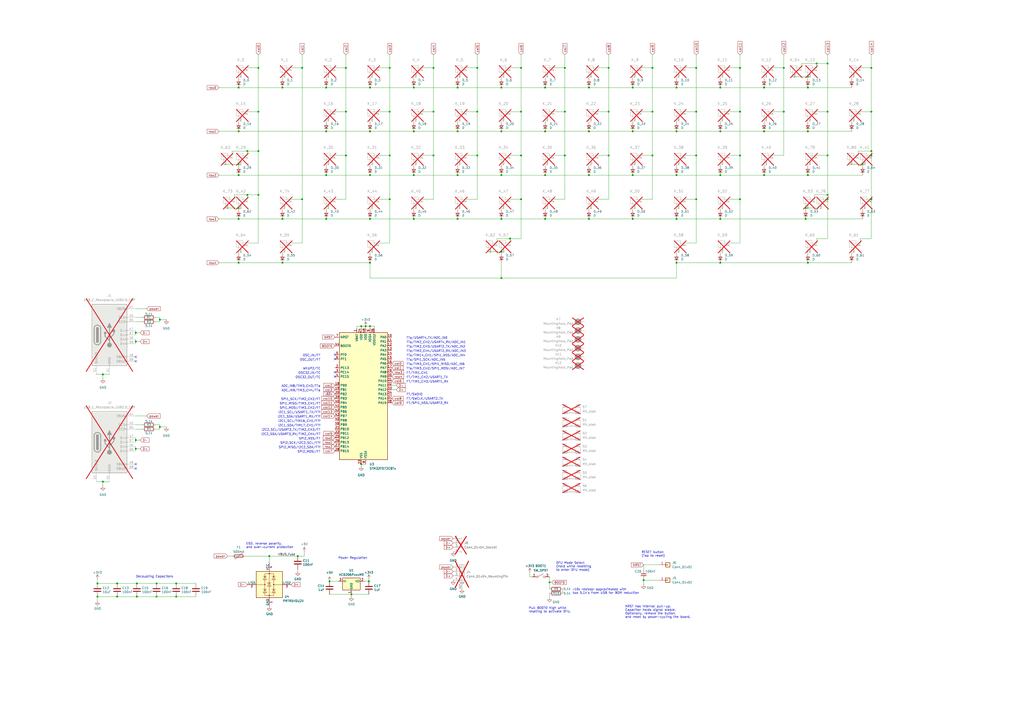
<source format=kicad_sch>
(kicad_sch (version 20231120) (generator "eeschema") (generator_version "8.0")
  (paper "A2")
  (junction (at 265.43 76.2))
  (junction (at 367.03 127))
  (junction (at 302.26 39.37))
  (junction (at 138.43 76.2))
  (junction (at 318.77 337.82))
  (junction (at 214.63 101.6))
  (junction (at 378.46 90.17))
  (junction (at 505.46 39.37))
  (junction (at 480.06 90.17))
  (junction (at 468.63 152.4))
  (junction (at 78.74 255.27))
  (junction (at 443.23 101.6))
  (junction (at 367.03 50.8))
  (junction (at 316.23 127))
  (junction (at 290.83 161.29))
  (junction (at 163.83 127))
  (junction (at 189.23 101.6))
  (junction (at 302.26 115.57))
  (junction (at 78.74 198.12))
  (junction (at 251.46 39.37))
  (junction (at 373.38 336.55))
  (junction (at 417.83 101.6))
  (junction (at 138.43 127))
  (junction (at 276.86 64.77))
  (junction (at 67.945 338.455))
  (junction (at 392.43 127))
  (junction (at 67.945 346.075))
  (junction (at 214.63 152.4))
  (junction (at 473.71 36.83))
  (junction (at 203.835 344.805) (diameter 0.9144))
  (junction (at 226.06 64.77))
  (junction (at 392.43 101.6))
  (junction (at 353.06 39.37))
  (junction (at 403.86 64.77))
  (junction (at 505.46 87.63))
  (junction (at 251.46 90.17))
  (junction (at 443.23 76.2))
  (junction (at 189.23 76.2))
  (junction (at 56.515 338.455))
  (junction (at 214.63 50.8))
  (junction (at 295.91 138.43))
  (junction (at 454.66 39.37))
  (junction (at 429.26 64.77))
  (junction (at 290.83 101.6))
  (junction (at 265.43 50.8))
  (junction (at 251.46 64.77))
  (junction (at 367.03 76.2))
  (junction (at 149.86 113.03))
  (junction (at 290.83 76.2))
  (junction (at 138.43 101.6))
  (junction (at 468.63 50.8))
  (junction (at 143.51 87.63))
  (junction (at 417.83 127))
  (junction (at 302.26 64.77))
  (junction (at 265.43 127))
  (junction (at 149.86 39.37))
  (junction (at 240.03 76.2))
  (junction (at 341.63 50.8))
  (junction (at 367.03 101.6))
  (junction (at 429.26 90.17))
  (junction (at 480.06 115.57))
  (junction (at 156.21 322.58))
  (junction (at 403.86 115.57))
  (junction (at 240.03 50.8))
  (junction (at 327.66 39.37))
  (junction (at 290.83 146.05))
  (junction (at 92.71 247.65))
  (junction (at 392.43 76.2))
  (junction (at 59.69 217.17))
  (junction (at 403.86 90.17))
  (junction (at 143.51 113.03))
  (junction (at 138.43 120.65))
  (junction (at 92.71 185.42))
  (junction (at 78.74 260.35))
  (junction (at 175.26 39.37))
  (junction (at 191.135 337.185))
  (junction (at 467.36 127))
  (junction (at 505.46 115.57))
  (junction (at 240.03 127))
  (junction (at 378.46 64.77))
  (junction (at 226.06 39.37))
  (junction (at 226.06 115.57))
  (junction (at 467.36 120.65))
  (junction (at 149.86 64.77))
  (junction (at 163.83 152.4))
  (junction (at 163.83 50.8))
  (junction (at 265.43 101.6))
  (junction (at 276.86 39.37))
  (junction (at 468.63 76.2))
  (junction (at 429.26 115.57))
  (junction (at 189.23 127))
  (junction (at 443.23 50.8))
  (junction (at 79.375 338.455))
  (junction (at 209.55 269.24))
  (junction (at 500.38 95.25))
  (junction (at 56.515 346.075))
  (junction (at 480.06 113.03))
  (junction (at 59.69 279.4))
  (junction (at 213.995 337.185))
  (junction (at 290.83 50.8))
  (junction (at 189.23 50.8))
  (junction (at 341.63 127))
  (junction (at 138.43 152.4))
  (junction (at 138.43 95.25))
  (junction (at 505.46 64.77))
  (junction (at 200.66 64.77))
  (junction (at 468.63 101.6))
  (junction (at 341.63 101.6))
  (junction (at 392.43 152.4))
  (junction (at 341.63 76.2))
  (junction (at 102.235 346.075))
  (junction (at 505.46 90.17))
  (junction (at 102.235 338.455))
  (junction (at 316.23 101.6))
  (junction (at 149.86 87.63))
  (junction (at 468.63 44.45))
  (junction (at 327.66 64.77))
  (junction (at 403.86 39.37))
  (junction (at 79.375 346.075))
  (junction (at 209.55 189.23))
  (junction (at 378.46 39.37))
  (junction (at 214.63 189.23))
  (junction (at 138.43 50.8))
  (junction (at 200.66 39.37))
  (junction (at 240.03 101.6))
  (junction (at 226.06 90.17))
  (junction (at 353.06 64.77))
  (junction (at 454.66 64.77))
  (junction (at 353.06 90.17))
  (junction (at 90.805 338.455))
  (junction (at 429.26 39.37))
  (junction (at 327.66 90.17))
  (junction (at 392.43 50.8))
  (junction (at 175.26 115.57))
  (junction (at 316.23 50.8))
  (junction (at 417.83 152.4))
  (junction (at 417.83 50.8))
  (junction (at 214.63 127))
  (junction (at 214.63 76.2))
  (junction (at 90.805 346.075))
  (junction (at 172.72 322.58))
  (junction (at 480.06 64.77))
  (junction (at 316.23 76.2))
  (junction (at 276.86 90.17))
  (junction (at 212.09 189.23))
  (junction (at 290.83 127))
  (junction (at 200.66 90.17))
  (junction (at 480.06 36.83))
  (junction (at 78.74 193.04))
  (junction (at 417.83 76.2))
  (junction (at 302.26 90.17))
  (no_connect (at 78.74 209.55))
  (no_connect (at 194.31 205.74))
  (no_connect (at 78.74 207.01))
  (no_connect (at 78.74 269.24))
  (no_connect (at 78.74 271.78))
  (no_connect (at 194.31 218.44))
  (no_connect (at 194.31 208.28))
  (no_connect (at 194.31 215.9))
  (wire (pts (xy 78.74 191.77) (xy 78.74 193.04)))
  (wire (pts (xy 397.51 64.77) (xy 403.86 64.77)))
  (wire (pts (xy 82.55 246.38) (xy 78.74 246.38)))
  (wire (pts (xy 308.61 334.645) (xy 307.34 334.645)))
  (wire (pts (xy 397.51 39.37) (xy 403.86 39.37)))
  (wire (pts (xy 127 101.6) (xy 138.43 101.6)))
  (wire (pts (xy 417.83 69.85) (xy 417.83 71.12)))
  (wire (pts (xy 443.23 76.2) (xy 468.63 76.2)))
  (wire (pts (xy 392.43 50.8) (xy 417.83 50.8)))
  (wire (pts (xy 245.11 90.17) (xy 251.46 90.17)))
  (wire (pts (xy 240.03 76.2) (xy 265.43 76.2)))
  (wire (pts (xy 397.51 115.57) (xy 403.86 115.57)))
  (wire (pts (xy 143.51 113.03) (xy 143.51 115.57)))
  (wire (pts (xy 494.03 146.05) (xy 494.03 147.32)))
  (wire (pts (xy 480.06 31.75) (xy 480.06 36.83)))
  (wire (pts (xy 378.46 39.37) (xy 378.46 64.77)))
  (wire (pts (xy 378.46 90.17) (xy 378.46 64.77)))
  (wire (pts (xy 473.71 138.43) (xy 480.06 138.43)))
  (wire (pts (xy 473.71 64.77) (xy 480.06 64.77)))
  (wire (pts (xy 341.63 76.2) (xy 367.03 76.2)))
  (wire (pts (xy 353.06 115.57) (xy 353.06 90.17)))
  (wire (pts (xy 443.23 95.25) (xy 443.23 96.52)))
  (wire (pts (xy 454.66 90.17) (xy 454.66 64.77)))
  (wire (pts (xy 138.43 120.65) (xy 138.43 121.92)))
  (wire (pts (xy 367.03 69.85) (xy 367.03 71.12)))
  (wire (pts (xy 138.43 95.25) (xy 138.43 96.52)))
  (wire (pts (xy 163.83 44.45) (xy 163.83 45.72)))
  (wire (pts (xy 378.46 31.75) (xy 378.46 39.37)))
  (wire (pts (xy 302.26 138.43) (xy 302.26 115.57)))
  (wire (pts (xy 92.71 247.65) (xy 96.52 247.65)))
  (wire (pts (xy 372.11 64.77) (xy 378.46 64.77)))
  (wire (pts (xy 341.63 120.65) (xy 341.63 121.92)))
  (wire (pts (xy 443.23 44.45) (xy 443.23 45.72)))
  (wire (pts (xy 226.06 140.97) (xy 226.06 115.57)))
  (wire (pts (xy 318.77 344.17) (xy 318.77 346.71)))
  (wire (pts (xy 78.74 193.04) (xy 81.28 193.04)))
  (wire (pts (xy 163.83 146.05) (xy 163.83 147.32)))
  (wire (pts (xy 497.84 90.17) (xy 497.84 87.63)))
  (wire (pts (xy 270.51 90.17) (xy 276.86 90.17)))
  (wire (pts (xy 214.63 189.23) (xy 214.63 190.5)))
  (wire (pts (xy 505.46 115.57) (xy 505.46 138.43)))
  (wire (pts (xy 78.74 198.12) (xy 78.74 196.85)))
  (wire (pts (xy 163.83 152.4) (xy 214.63 152.4)))
  (wire (pts (xy 392.43 146.05) (xy 392.43 147.32)))
  (wire (pts (xy 229.87 226.06) (xy 227.33 226.06)))
  (wire (pts (xy 422.91 140.97) (xy 429.26 140.97)))
  (wire (pts (xy 373.38 327.66) (xy 382.27 327.66)))
  (wire (pts (xy 448.31 64.77) (xy 454.66 64.77)))
  (wire (pts (xy 156.21 322.58) (xy 142.24 322.58)))
  (wire (pts (xy 214.63 127) (xy 240.03 127)))
  (wire (pts (xy 79.375 346.075) (xy 90.805 346.075)))
  (wire (pts (xy 321.31 90.17) (xy 327.66 90.17)))
  (wire (pts (xy 429.26 140.97) (xy 429.26 115.57)))
  (wire (pts (xy 468.63 146.05) (xy 468.63 147.32)))
  (wire (pts (xy 135.89 113.03) (xy 143.51 113.03)))
  (wire (pts (xy 78.74 255.27) (xy 78.74 256.54)))
  (wire (pts (xy 175.26 140.97) (xy 175.26 115.57)))
  (wire (pts (xy 316.23 44.45) (xy 316.23 45.72)))
  (wire (pts (xy 341.63 50.8) (xy 367.03 50.8)))
  (wire (pts (xy 240.03 50.8) (xy 265.43 50.8)))
  (wire (pts (xy 302.26 90.17) (xy 302.26 64.77)))
  (wire (pts (xy 92.71 248.92) (xy 90.17 248.92)))
  (wire (pts (xy 219.71 39.37) (xy 226.06 39.37)))
  (wire (pts (xy 480.06 36.83) (xy 480.06 64.77)))
  (wire (pts (xy 467.36 127) (xy 500.38 127)))
  (wire (pts (xy 288.29 138.43) (xy 295.91 138.43)))
  (wire (pts (xy 207.01 189.23) (xy 209.55 189.23)))
  (wire (pts (xy 59.69 281.94) (xy 59.69 279.4)))
  (wire (pts (xy 265.43 120.65) (xy 265.43 121.92)))
  (wire (pts (xy 302.26 31.75) (xy 302.26 39.37)))
  (wire (pts (xy 207.01 189.23) (xy 207.01 190.5)))
  (wire (pts (xy 78.74 260.35) (xy 78.74 261.62)))
  (wire (pts (xy 163.83 120.65) (xy 163.83 121.92)))
  (wire (pts (xy 251.46 39.37) (xy 251.46 64.77)))
  (wire (pts (xy 127 127) (xy 138.43 127)))
  (wire (pts (xy 214.63 44.45) (xy 214.63 45.72)))
  (wire (pts (xy 194.31 64.77) (xy 200.66 64.77)))
  (wire (pts (xy 175.26 31.75) (xy 175.26 39.37)))
  (wire (pts (xy 214.63 161.29) (xy 290.83 161.29)))
  (wire (pts (xy 494.03 69.85) (xy 494.03 71.12)))
  (wire (pts (xy 290.83 161.29) (xy 392.43 161.29)))
  (wire (pts (xy 211.455 337.185) (xy 213.995 337.185)))
  (wire (pts (xy 341.63 101.6) (xy 367.03 101.6)))
  (wire (pts (xy 90.805 338.455) (xy 102.235 338.455)))
  (wire (pts (xy 203.835 344.805) (xy 213.995 344.805)))
  (wire (pts (xy 467.36 120.65) (xy 474.98 120.65)))
  (wire (pts (xy 505.46 90.17) (xy 505.46 115.57)))
  (wire (pts (xy 403.86 140.97) (xy 403.86 115.57)))
  (wire (pts (xy 316.23 50.8) (xy 341.63 50.8)))
  (wire (pts (xy 270.51 39.37) (xy 276.86 39.37)))
  (wire (pts (xy 367.03 44.45) (xy 367.03 45.72)))
  (wire (pts (xy 219.71 64.77) (xy 226.06 64.77)))
  (wire (pts (xy 240.03 69.85) (xy 240.03 71.12)))
  (wire (pts (xy 467.36 120.65) (xy 467.36 121.92)))
  (wire (pts (xy 473.71 90.17) (xy 480.06 90.17)))
  (wire (pts (xy 505.46 87.63) (xy 505.46 90.17)))
  (wire (pts (xy 295.91 90.17) (xy 302.26 90.17)))
  (wire (pts (xy 500.38 120.65) (xy 500.38 121.92)))
  (wire (pts (xy 127 152.4) (xy 138.43 152.4)))
  (wire (pts (xy 397.51 90.17) (xy 403.86 90.17)))
  (wire (pts (xy 90.17 184.15) (xy 92.71 184.15)))
  (wire (pts (xy 209.55 189.23) (xy 212.09 189.23)))
  (wire (pts (xy 397.51 140.97) (xy 403.86 140.97)))
  (wire (pts (xy 417.83 152.4) (xy 468.63 152.4)))
  (wire (pts (xy 194.31 90.17) (xy 200.66 90.17)))
  (wire (pts (xy 67.945 346.075) (xy 56.515 346.075)))
  (wire (pts (xy 270.51 115.57) (xy 276.86 115.57)))
  (wire (pts (xy 138.43 146.05) (xy 138.43 147.32)))
  (wire (pts (xy 464.82 39.37) (xy 464.82 36.83)))
  (wire (pts (xy 288.29 138.43) (xy 288.29 140.97)))
  (wire (pts (xy 82.55 184.15) (xy 78.74 184.15)))
  (wire (pts (xy 290.83 127) (xy 316.23 127)))
  (wire (pts (xy 276.86 115.57) (xy 276.86 90.17)))
  (wire (pts (xy 316.23 95.25) (xy 316.23 96.52)))
  (wire (pts (xy 480.06 90.17) (xy 480.06 64.77)))
  (wire (pts (xy 327.66 115.57) (xy 327.66 90.17)))
  (wire (pts (xy 480.06 115.57) (xy 480.06 138.43)))
  (wire (pts (xy 473.71 36.83) (xy 473.71 39.37)))
  (wire (pts (xy 403.86 90.17) (xy 403.86 64.77)))
  (wire (pts (xy 316.23 69.85) (xy 316.23 71.12)))
  (wire (pts (xy 422.91 115.57) (xy 429.26 115.57)))
  (wire (pts (xy 327.66 90.17) (xy 327.66 64.77)))
  (wire (pts (xy 295.91 138.43) (xy 302.26 138.43)))
  (wire (pts (xy 468.63 152.4) (xy 494.03 152.4)))
  (wire (pts (xy 492.76 95.25) (xy 500.38 95.25)))
  (wire (pts (xy 392.43 101.6) (xy 417.83 101.6)))
  (wire (pts (xy 392.43 44.45) (xy 392.43 45.72)))
  (wire (pts (xy 353.06 39.37) (xy 353.06 64.77)))
  (wire (pts (xy 372.11 90.17) (xy 378.46 90.17)))
  (wire (pts (xy 429.26 39.37) (xy 429.26 64.77)))
  (wire (pts (xy 392.43 76.2) (xy 417.83 76.2)))
  (wire (pts (xy 316.23 127) (xy 341.63 127)))
  (wire (pts (xy 302.26 39.37) (xy 302.26 64.77)))
  (wire (pts (xy 194.31 39.37) (xy 200.66 39.37)))
  (wire (pts (xy 327.66 39.37) (xy 327.66 64.77)))
  (wire (pts (xy 217.17 189.23) (xy 217.17 190.5)))
  (wire (pts (xy 134.62 90.17) (xy 134.62 87.63)))
  (wire (pts (xy 90.805 346.075) (xy 102.235 346.075)))
  (wire (pts (xy 295.91 64.77) (xy 302.26 64.77)))
  (wire (pts (xy 290.83 161.29) (xy 290.83 152.4)))
  (wire (pts (xy 90.17 246.38) (xy 92.71 246.38)))
  (wire (pts (xy 138.43 44.45) (xy 138.43 45.72)))
  (wire (pts (xy 59.69 279.4) (xy 63.5 279.4)))
  (wire (pts (xy 468.63 50.8) (xy 494.03 50.8)))
  (wire (pts (xy 143.51 39.37) (xy 149.86 39.37)))
  (wire (pts (xy 316.23 120.65) (xy 316.23 121.92)))
  (wire (pts (xy 175.26 39.37) (xy 175.26 115.57)))
  (wire (pts (xy 156.21 322.58) (xy 156.21 326.39)))
  (wire (pts (xy 367.03 95.25) (xy 367.03 96.52)))
  (wire (pts (xy 367.03 50.8) (xy 392.43 50.8)))
  (wire (pts (xy 194.31 115.57) (xy 200.66 115.57)))
  (wire (pts (xy 295.91 39.37) (xy 302.26 39.37)))
  (wire (pts (xy 295.91 115.57) (xy 302.26 115.57)))
  (wire (pts (xy 59.69 217.17) (xy 63.5 217.17)))
  (wire (pts (xy 214.63 76.2) (xy 240.03 76.2)))
  (wire (pts (xy 302.26 115.57) (xy 302.26 90.17)))
  (wire (pts (xy 341.63 69.85) (xy 341.63 71.12)))
  (wire (pts (xy 82.55 186.69) (xy 78.74 186.69)))
  (wire (pts (xy 505.46 39.37) (xy 505.46 64.77)))
  (wire (pts (xy 276.86 39.37) (xy 276.86 64.77)))
  (wire (pts (xy 443.23 50.8) (xy 468.63 50.8)))
  (wire (pts (xy 56.515 335.915) (xy 56.515 338.455)))
  (wire (pts (xy 240.03 127) (xy 265.43 127)))
  (wire (pts (xy 290.83 69.85) (xy 290.83 71.12)))
  (wire (pts (xy 265.43 69.85) (xy 265.43 71.12)))
  (wire (pts (xy 92.71 185.42) (xy 96.52 185.42)))
  (wire (pts (xy 459.74 44.45) (xy 468.63 44.45)))
  (wire (pts (xy 251.46 90.17) (xy 251.46 64.77)))
  (wire (pts (xy 214.63 101.6) (xy 240.03 101.6)))
  (wire (pts (xy 143.51 87.63) (xy 143.51 90.17)))
  (wire (pts (xy 92.71 184.15) (xy 92.71 185.42)))
  (wire (pts (xy 240.03 95.25) (xy 240.03 96.52)))
  (wire (pts (xy 290.83 95.25) (xy 290.83 96.52)))
  (wire (pts (xy 468.63 101.6) (xy 500.38 101.6)))
  (wire (pts (xy 265.43 95.25) (xy 265.43 96.52)))
  (wire (pts (xy 464.82 36.83) (xy 473.71 36.83)))
  (wire (pts (xy 321.31 64.77) (xy 327.66 64.77)))
  (wire (pts (xy 189.23 101.6) (xy 214.63 101.6)))
  (wire (pts (xy 392.43 95.25) (xy 392.43 96.52)))
  (wire (pts (xy 92.71 247.65) (xy 92.71 248.92)))
  (wire (pts (xy 327.66 31.75) (xy 327.66 39.37)))
  (wire (pts (xy 79.375 338.455) (xy 90.805 338.455)))
  (wire (pts (xy 276.86 90.17) (xy 276.86 64.77)))
  (wire (pts (xy 318.77 334.645) (xy 318.77 337.82)))
  (wire (pts (xy 138.43 127) (xy 163.83 127)))
  (wire (pts (xy 346.71 39.37) (xy 353.06 39.37)))
  (wire (pts (xy 497.84 87.63) (xy 505.46 87.63)))
  (wire (pts (xy 127 76.2) (xy 138.43 76.2)))
  (wire (pts (xy 422.91 39.37) (xy 429.26 39.37)))
  (wire (pts (xy 454.66 31.75) (xy 454.66 39.37)))
  (wire (pts (xy 143.51 87.63) (xy 149.86 87.63)))
  (wire (pts (xy 321.31 115.57) (xy 327.66 115.57)))
  (wire (pts (xy 212.09 189.23) (xy 212.09 190.5)))
  (wire (pts (xy 143.51 64.77) (xy 149.86 64.77)))
  (wire (pts (xy 392.43 127) (xy 417.83 127)))
  (wire (pts (xy 321.31 39.37) (xy 327.66 39.37)))
  (wire (pts (xy 200.66 39.37) (xy 200.66 64.77)))
  (wire (pts (xy 200.66 115.57) (xy 200.66 90.17)))
  (wire (pts (xy 78.74 260.35) (xy 81.28 260.35)))
  (wire (pts (xy 372.11 39.37) (xy 378.46 39.37)))
  (wire (pts (xy 189.23 127) (xy 214.63 127)))
  (wire (pts (xy 149.86 39.37) (xy 149.86 64.77)))
  (wire (pts (xy 265.43 101.6) (xy 290.83 101.6)))
  (wire (pts (xy 417.83 127) (xy 467.36 127)))
  (wire (pts (xy 417.83 95.25) (xy 417.83 96.52)))
  (wire (pts (xy 138.43 76.2) (xy 189.23 76.2)))
  (wire (pts (xy 417.83 101.6) (xy 443.23 101.6)))
  (wire (pts (xy 283.21 146.05) (xy 290.83 146.05)))
  (wire (pts (xy 316.23 76.2) (xy 341.63 76.2)))
  (wire (pts (xy 318.77 337.82) (xy 318.77 341.63)))
  (wire (pts (xy 189.23 50.8) (xy 214.63 50.8)))
  (wire (pts (xy 200.66 90.17) (xy 200.66 64.77)))
  (wire (pts (xy 214.63 50.8) (xy 240.03 50.8)))
  (wire (pts (xy 318.77 337.82) (xy 320.04 337.82)))
  (wire (pts (xy 290.83 76.2) (xy 316.23 76.2)))
  (wire (pts (xy 79.375 346.075) (xy 67.945 346.075)))
  (wire (pts (xy 163.83 127) (xy 189.23 127)))
  (wire (pts (xy 138.43 69.85) (xy 138.43 71.12)))
  (wire (pts (xy 443.23 101.6) (xy 468.63 101.6)))
  (wire (pts (xy 429.26 31.75) (xy 429.26 39.37)))
  (wire (pts (xy 78.74 193.04) (xy 78.74 194.31)))
  (wire (pts (xy 138.43 50.8) (xy 163.83 50.8)))
  (wire (pts (xy 168.91 140.97) (xy 175.26 140.97)))
  (wire (pts (xy 172.72 322.58) (xy 176.53 322.58)))
  (wire (pts (xy 132.08 322.58) (xy 134.62 322.58)))
  (wire (pts (xy 240.03 120.65) (xy 240.03 121.92)))
  (wire (pts (xy 67.945 338.455) (xy 56.515 338.455)))
  (wire (pts (xy 290.83 101.6) (xy 316.23 101.6)))
  (wire (pts (xy 214.63 95.25) (xy 214.63 96.52)))
  (wire (pts (xy 78.74 260.35) (xy 78.74 259.08)))
  (wire (pts (xy 240.03 44.45) (xy 240.03 45.72)))
  (wire (pts (xy 168.91 39.37) (xy 175.26 39.37)))
  (wire (pts (xy 367.03 101.6) (xy 392.43 101.6)))
  (wire (pts (xy 189.23 76.2) (xy 214.63 76.2)))
  (wire (pts (xy 448.31 90.17) (xy 454.66 90.17)))
  (wire (pts (xy 78.74 254) (xy 78.74 255.27)))
  (wire (pts (xy 92.71 246.38) (xy 92.71 247.65)))
  (wire (pts (xy 149.86 87.63) (xy 149.86 113.03)))
  (wire (pts (xy 505.46 87.63) (xy 505.46 64.77)))
  (wire (pts (xy 265.43 76.2) (xy 290.83 76.2)))
  (wire (pts (xy 417.83 146.05) (xy 417.83 147.32)))
  (wire (pts (xy 163.83 50.8) (xy 189.23 50.8)))
  (wire (pts (xy 290.83 146.05) (xy 290.83 147.32)))
  (wire (pts (xy 290.83 44.45) (xy 290.83 45.72)))
  (wire (pts (xy 378.46 115.57) (xy 378.46 90.17)))
  (wire (pts (xy 341.63 127) (xy 367.03 127)))
  (wire (pts (xy 422.91 90.17) (xy 429.26 90.17)))
  (wire (pts (xy 209.55 269.24) (xy 212.09 269.24)))
  (wire (pts (xy 79.375 338.455) (xy 67.945 338.455)))
  (wire (pts (xy 265.43 127) (xy 290.83 127)))
  (wire (pts (xy 505.46 31.75) (xy 505.46 39.37)))
  (wire (pts (xy 55.88 217.17) (xy 59.69 217.17)))
  (wire (pts (xy 472.44 113.03) (xy 480.06 113.03)))
  (wire (pts (xy 200.66 31.75) (xy 200.66 39.37)))
  (wire (pts (xy 392.43 152.4) (xy 417.83 152.4)))
  (wire (pts (xy 214.63 161.29) (xy 214.63 152.4)))
  (wire (pts (xy 341.63 95.25) (xy 341.63 96.52)))
  (wire (pts (xy 203.835 346.075) (xy 203.835 344.805)))
  (wire (pts (xy 373.38 339.09) (xy 373.38 336.55)))
  (wire (pts (xy 443.23 69.85) (xy 443.23 71.12)))
  (wire (pts (xy 78.74 255.27) (xy 81.28 255.27)))
  (wire (pts (xy 138.43 152.4) (xy 163.83 152.4)))
  (wire (pts (xy 92.71 185.42) (xy 92.71 186.69)))
  (wire (pts (xy 129.54 95.25) (xy 138.43 95.25)))
  (wire (pts (xy 189.23 44.45) (xy 189.23 45.72)))
  (wire (pts (xy 290.83 50.8) (xy 316.23 50.8)))
  (wire (pts (xy 240.03 101.6) (xy 265.43 101.6)))
  (wire (pts (xy 468.63 44.45) (xy 468.63 45.72)))
  (wire (pts (xy 468.63 69.85) (xy 468.63 71.12)))
  (wire (pts (xy 149.86 87.63) (xy 149.86 64.77)))
  (wire (pts (xy 245.11 115.57) (xy 251.46 115.57)))
  (wire (pts (xy 214.63 189.23) (xy 212.09 189.23)))
  (wire (pts (xy 78.74 198.12) (xy 78.74 199.39)))
  (wire (pts (xy 209.55 270.51) (xy 209.55 269.24)))
  (wire (pts (xy 499.11 138.43) (xy 499.11 140.97)))
  (wire (pts (xy 82.55 248.92) (xy 78.74 248.92)))
  (wire (pts (xy 403.86 39.37) (xy 403.86 64.77)))
  (wire (pts (xy 214.63 120.65) (xy 214.63 121.92)))
  (wire (pts (xy 156.21 322.58) (xy 172.72 322.58)))
  (wire (pts (xy 499.11 64.77) (xy 505.46 64.77)))
  (wire (pts (xy 78.74 198.12) (xy 81.28 198.12)))
  (wire (pts (xy 226.06 31.75) (xy 226.06 39.37)))
  (wire (pts (xy 367.03 127) (xy 392.43 127)))
  (wire (pts (xy 499.11 138.43) (xy 505.46 138.43)))
  (wire (pts (xy 346.71 90.17) (xy 353.06 90.17)))
  (wire (pts (xy 472.44 113.03) (xy 472.44 115.57)))
  (wire (pts (xy 85.09 179.07) (xy 78.74 179.07)))
  (wire (pts (xy 353.06 31.75) (xy 353.06 39.37)))
  (wire (pts (xy 373.38 336.55) (xy 373.38 335.915)))
  (wire (pts (xy 149.86 113.03) (xy 149.86 140.97)))
  (wire (pts (xy 172.72 331.47) (xy 172.72 330.2)))
  (wire (pts (xy 245.11 64.77) (xy 251.46 64.77)))
  (wire (pts (xy 59.69 219.71) (xy 59.69 217.17)))
  (wire (pts (xy 417.83 120.65) (xy 417.83 121.92)))
  (wire (pts (xy 92.71 186.69) (xy 90.17 186.69)))
  (wire (pts (xy 214.63 189.23) (xy 217.17 189.23)))
  (wire (pts (xy 307.34 334.645) (xy 307.34 332.105)))
  (wire (pts (xy 245.11 39.37) (xy 251.46 39.37)))
  (wire (pts (xy 251.46 31.75) (xy 251.46 39.37)))
  (wire (pts (xy 480.06 113.03) (xy 480.06 90.17)))
  (wire (pts (xy 346.71 64.77) (xy 353.06 64.77)))
  (wire (pts (xy 229.87 223.52) (xy 227.33 223.52)))
  (wire (pts (xy 417.83 50.8) (xy 443.23 50.8)))
  (wire (pts (xy 127 50.8) (xy 138.43 50.8)))
  (wire (pts (xy 143.51 140.97) (xy 149.86 140.97)))
  (wire (pts (xy 55.88 279.4) (xy 59.69 279.4)))
  (wire (pts (xy 392.43 161.29) (xy 392.43 152.4)))
  (wire (pts (xy 429.26 115.57) (xy 429.26 90.17)))
  (wire (pts (xy 219.71 90.17) (xy 226.06 90.17)))
  (wire (pts (xy 143.51 113.03) (xy 149.86 113.03)))
  (wire (pts (xy 367.03 120.65) (xy 367.03 121.92)))
  (wire (pts (xy 191.135 337.185) (xy 196.215 337.185)))
  (wire (pts (xy 138.43 101.6) (xy 189.23 101.6)))
  (wire (pts (xy 403.86 31.75) (xy 403.86 39.37)))
  (wire (pts (xy 429.26 90.17) (xy 429.26 64.77)))
  (wire (pts (xy 276.86 31.75) (xy 276.86 39.37)))
  (wire (pts (xy 480.06 113.03) (xy 480.06 115.57)))
  (wire (pts (xy 422.91 64.77) (xy 429.26 64.77)))
  (wire (pts (xy 134.62 87.63) (xy 143.51 87.63)))
  (wire (pts (xy 270.51 64.77) (xy 276.86 64.77)))
  (wire (pts (xy 392.43 69.85) (xy 392.43 71.12)))
  (wire (pts (xy 226.06 39.37) (xy 226.06 64.77)))
  (wire (pts (xy 214.63 69.85) (xy 214.63 71.12)))
  (wire (pts (xy 189.23 120.65) (xy 189.23 121.92)))
  (wire (pts (xy 209.55 189.23) (xy 209.55 190.5)))
  (wire (pts (xy 219.71 115.57) (xy 226.06 115.57)))
  (wire (pts (xy 454.66 39.37) (xy 454.66 64.77)))
  (wire (pts (xy 214.63 146.05) (xy 214.63 147.32)))
  (wire (pts (xy 499.11 39.37) (xy 505.46 39.37)))
  (wire (pts (xy 213.995 335.915) (xy 213.995 337.185)))
  (wire (pts (xy 500.38 95.25) (xy 500.38 96.52)))
  (wire (pts (xy 102.235 346.075) (xy 113.665 346.075)))
  (wire (pts (xy 265.43 50.8) (xy 290.83 50.8)))
  (wire (pts (xy 290.83 120.65) (xy 290.83 121.92)))
  (wire (pts (xy 226.06 115.57) (xy 226.06 90.17)))
  (wire (pts (xy 265.43 44.45) (xy 265.43 45.72)))
  (wire (pts (xy 326.39 341.63) (xy 326.39 344.17)))
  (wire (pts (xy 176.53 320.04) (xy 176.53 322.58)))
  (wire (pts (xy 468.63 76.2) (xy 494.03 76.2)))
  (wire (pts (xy 417.83 76.2) (xy 443.23 76.2)))
  (wire (pts (xy 494.03 44.45) (xy 494.03 45.72)))
  (wire (pts (xy 56.515 348.615) (xy 56.515 346.075)))
  (wire (pts (xy 403.86 115.57) (xy 403.86 90.17)))
  (wire (pts (xy 149.86 31.75) (xy 149.86 39.37)))
  (wire (pts (xy 135.89 115.57) (xy 135.89 113.03)))
  (wire (pts (xy 189.23 69.85) (xy 189.23 71.12)))
  (wire (pts (xy 353.06 90.17) (xy 353.06 64.77)))
  (wire (pts (xy 417.83 44.45) (xy 417.83 45.72)))
  (wire (pts (xy 226.06 90.17) (xy 226.06 64.77)))
  (wire (pts (xy 473.71 138.43) (xy 473.71 140.97)))
  (wire (pts (xy 473.71 36.83) (xy 480.06 36.83)))
  (wire (pts (xy 251.46 115.57) (xy 251.46 90.17)))
  (wire (pts (xy 295.91 138.43) (xy 295.91 140.97)))
  (wire (pts (xy 372.11 115.57) (xy 378.46 115.57)))
  (wire (pts (xy 346.71 115.57) (xy 353.06 115.57)))
  (wire (pts (xy 130.81 120.65) (xy 138.43 120.65)))
  (wire (pts (xy 373.38 336.55) (xy 382.27 336.55)))
  (wire (pts (xy 168.91 115.57) (xy 175.26 115.57)))
  (wire (pts (xy 392.43 120.65) (xy 392.43 121.92)))
  (wire (pts (xy 189.23 95.25) (xy 189.23 96.52)))
  (wire (pts (xy 367.03 76.2) (xy 392.43 76.2)))
  (wire (pts (xy 85.09 241.3) (xy 78.74 241.3)))
  (wire (pts (xy 203.835 344.805) (xy 191.135 344.805)))
  (wire (pts (xy 448.31 39.37) (xy 454.66 39.37)))
  (wire (pts (xy 373.38 327.66) (xy 373.38 330.835)))
  (wire (pts (xy 219.71 140.97) (xy 226.06 140.97)))
  (wire (pts (xy 316.23 101.6) (xy 341.63 101.6)))
  (wire (pts (xy 341.63 44.45) (xy 341.63 45.72)))
  (wire (pts (xy 468.63 95.25) (xy 468.63 96.52)))
  (wire (pts (xy 102.235 338.455) (xy 113.665 338.455)))
  (text "FT/SWDIO" (at 235.712 229.616 0) (effects (font (size 1.27 1.27)) (justify left bottom)))
  (text "FT/TIM1_CH3/USART1_RX" (at 235.712 222.25 0) (effects (font (size 1.27 1.27)) (justify left bottom)))
  (text "TTa/TIM14_CH1/SPI1_NSS/ADC_IN4" (at 235.712 207.01 0) (effects (font (size 1.27 1.27)) (justify left bottom)))
  (text "FT/SWCLK/USART2_TX" (at 235.712 232.156 0) (effects (font (size 1.27 1.27)) (justify left bottom)))
  (text "TTa/USART4_TX/ADC_IN0" (at 235.712 196.85 0) (effects (font (size 1.27 1.27)) (justify left bottom)))
  (text "I2C1_SCL/USART1_TX/FTf" (at 185.928 240.03 0) (effects (font (size 1.27 1.27)) (justify right bottom)))
  (text "SPI2_MISO/I2C2_SDA/FTf" (at 185.928 260.35 0) (effects (font (size 1.27 1.27)) (justify right bottom)))
  (text "I2C1_SDA/TIM17_CH1/FTf" (at 185.928 247.65 0) (effects (font (size 1.27 1.27)) (justify right bottom)))
  (text "SPI2_SCK/I2C2_SCL/FTf" (at 185.928 257.81 0) (effects (font (size 1.27 1.27)) (justify right bottom)))
  (text "OSC32_IN/TC" (at 185.928 217.17 0) (effects (font (size 1.27 1.27)) (justify right bottom)))
  (text "TTa/SPI1_SCK/ADC_IN5" (at 235.712 209.55 0) (effects (font (size 1.27 1.27)) (justify left bottom)))
  (text "TTa/TIM2_CH2/USART4_RX/ADC_IN1" (at 235.712 199.39 0) (effects (font (size 1.27 1.27)) (justify left bottom)))
  (text "SPI1_SCK/TIM2_CH2/FT" (at 185.928 232.41 0) (effects (font (size 1.27 1.27)) (justify right bottom)))
  (text "I2C2_SCL/USART3_TX/TIM2_CH3/FT" (at 185.928 250.19 0) (effects (font (size 1.27 1.27)) (justify right bottom)))
  (text "I2C1_SDA/USART1_RX/FTf" (at 185.928 242.57 0) (effects (font (size 1.27 1.27)) (justify right bottom)))
  (text "WKUP2/TC" (at 185.928 214.63 0) (effects (font (size 1.27 1.27)) (justify right bottom)))
  (text "OSC_IN/FT" (at 185.928 207.01 0) (effects (font (size 1.27 1.27)) (justify right bottom)))
  (text "DFU Mode Select\n(Hold while resetting\nto enter DFU mode)" (at 322.58 331.47 0) (effects (font (size 1.27 1.27)) (justify left bottom)))
  (text "Power Regulation" (at 196.215 324.485 0) (effects (font (size 1.27 1.27)) (justify left bottom)))
  (text "TTa/TIM3_CH1/SPI1_MISO/ADC_IN6" (at 235.712 212.09 0) (effects (font (size 1.27 1.27)) (justify left bottom)))
  (text "SPI1_MISO/TIM3_CH1/FT" (at 185.928 234.95 0) (effects (font (size 1.27 1.27)) (justify right bottom)))
  (text "ADC_IN9/TIM3_CH4/TTa" (at 185.928 227.33 0) (effects (font (size 1.27 1.27)) (justify right bottom)))
  (text "FT/SPI1_NSS/USART2_RX" (at 235.712 234.696 0) (effects (font (size 1.27 1.27)) (justify left bottom)))
  (text "FT/TIM1_CH2/USART1_TX" (at 235.712 219.71 0) (effects (font (size 1.27 1.27)) (justify left bottom)))
  (text "I2C2_SDA/USART3_RX/TIM2_CH4/FT" (at 185.928 252.73 0) (effects (font (size 1.27 1.27)) (justify right bottom)))
  (text "SPI2_NSS/FT" (at 185.928 255.27 0) (effects (font (size 1.27 1.27)) (justify right bottom)))
  (text "Pull BOOT0 high while \nreseting to activate DFU." (at 306.705 355.6 0) (effects (font (size 1.27 1.27)) (justify left bottom)))
  (text "RESET button\n(Tap to reset)" (at 372.11 323.215 0) (effects (font (size 1.27 1.27)) (justify left bottom)))
  (text "TTa/TIM3_CH2/SPI1_MOSI/ADC_IN7" (at 235.712 214.63 0) (effects (font (size 1.27 1.27)) (justify left bottom)))
  (text "SPI2_MOSI/FT" (at 185.928 262.89 0) (effects (font (size 1.27 1.27)) (justify right bottom)))
  (text "OSC_OUT/FT" (at 185.928 209.55 0) (effects (font (size 1.27 1.27)) (justify right bottom)))
  (text "I2C1_SCL/TIM16_CH1/FTf" (at 185.928 245.11 0) (effects (font (size 1.27 1.27)) (justify right bottom)))
  (text "TTa/TIM2_CH4/USART2_RX/ADC_IN3" (at 235.712 204.47 0) (effects (font (size 1.27 1.27)) (justify left bottom)))
  (text "FT" (at 191.77 229.362 0) (effects (font (size 1.27 1.27)) (justify right bottom)))
  (text "NRST has internal pull-up.\nCapacitor holds signal stable.\nOptionally, remove the button,\nand reset by power-cycling the board." (at 362.585 358.775 0) (effects (font (size 1.27 1.27)) (justify left bottom)))
  (text "ESD, reverse polarity,\nand over-current protection" (at 142.748 318.262 0) (effects (font (size 1.27 1.27)) (justify left bottom)))
  (text "SPI1_MOSI/TIM3_CH2/FT" (at 185.928 237.49 0) (effects (font (size 1.27 1.27)) (justify right bottom)))
  (text "FT/TIM1_CH1" (at 235.712 217.17 0) (effects (font (size 1.27 1.27)) (justify left bottom)))
  (text "TTa/TIM2_CH3/USART2_TX/ADC_IN2" (at 235.712 201.93 0) (effects (font (size 1.27 1.27)) (justify left bottom)))
  (text "Decoupling Capacitors" (at 78.74 335.28 0) (effects (font (size 1.27 1.27)) (justify left bottom)))
  (text "~10k resistor approximated with\ntwo 5.1k's from USB for BOM reduction" (at 332.105 344.805 0) (effects (font (size 1.27 1.27)) (justify left bottom)))
  (text "ADC_IN8/TIM3_CH3/TTa" (at 185.928 224.79 0) (effects (font (size 1.27 1.27)) (justify right bottom)))
  (text "OSC32_OUT/TC" (at 185.928 219.71 0) (effects (font (size 1.27 1.27)) (justify right bottom)))
  (label "VBUS_fuse" (at 161.29 322.58 0))
  (global_label "D+" (shape input) (at 168.91 339.09 0) (property "Intersheetrefs" "${INTERSHEET_REFS}" (effects (hide yes))))
  (global_label "col10" (shape input) (at 194.31 231.14 180) (property "Intersheetrefs" "${INTERSHEET_REFS}" (effects (hide yes))))
  (global_label "D-" (shape input) (at 81.28 255.27 0) (property "Intersheetrefs" "${INTERSHEET_REFS}" (effects (hide yes))))
  (global_label "power" (shape input) (at 85.09 241.3 0) (property "Intersheetrefs" "${INTERSHEET_REFS}" (effects (hide yes))))
  (global_label "col1" (shape input) (at 227.33 213.36 0) (property "Intersheetrefs" "${INTERSHEET_REFS}" (effects (hide yes))))
  (global_label "D-" (shape input) (at 143.51 339.09 180) (property "Intersheetrefs" "${INTERSHEET_REFS}" (effects (hide yes))))
  (global_label "D-" (shape input) (at 81.28 193.04 0) (property "Intersheetrefs" "${INTERSHEET_REFS}" (effects (hide yes))))
  (global_label "row4" (shape input) (at 127 152.4 180) (property "Intersheetrefs" "${INTERSHEET_REFS}" (effects (hide yes))))
  (global_label "col2" (shape input) (at 194.31 223.52 180) (property "Intersheetrefs" "${INTERSHEET_REFS}" (effects (hide yes))))
  (global_label "D+" (shape input) (at 81.28 198.12 0) (property "Intersheetrefs" "${INTERSHEET_REFS}" (effects (hide yes))))
  (global_label "col10" (shape input) (at 403.86 31.75 90) (property "Intersheetrefs" "${INTERSHEET_REFS}" (effects (hide yes))))
  (global_label "D-" (shape input) (at 229.87 223.52 0) (property "Intersheetrefs" "${INTERSHEET_REFS}" (effects (hide yes))))
  (global_label "power" (shape input) (at 85.09 179.07 0) (property "Intersheetrefs" "${INTERSHEET_REFS}" (effects (hide yes))))
  (global_label "col7" (shape input) (at 327.66 31.75 90) (property "Intersheetrefs" "${INTERSHEET_REFS}" (effects (hide yes))))
  (global_label "D+" (shape input) (at 81.28 260.35 0) (property "Intersheetrefs" "${INTERSHEET_REFS}" (effects (hide yes))))
  (global_label "power" (shape input) (at 262.89 328.93 180) (property "Intersheetrefs" "${INTERSHEET_REFS}" (effects (hide yes))))
  (global_label "col2" (shape input) (at 200.66 31.75 90) (property "Intersheetrefs" "${INTERSHEET_REFS}" (effects (hide yes))))
  (global_label "col8" (shape input) (at 227.33 231.14 0) (property "Intersheetrefs" "${INTERSHEET_REFS}" (effects (hide yes))))
  (global_label "col13" (shape input) (at 194.31 238.76 180) (property "Intersheetrefs" "${INTERSHEET_REFS}" (effects (hide yes))))
  (global_label "row2" (shape input) (at 127 101.6 180) (property "Intersheetrefs" "${INTERSHEET_REFS}" (effects (hide yes))))
  (global_label "D+" (shape input) (at 229.87 226.06 0) (property "Intersheetrefs" "${INTERSHEET_REFS}" (effects (hide yes))))
  (global_label "col13" (shape input) (at 480.06 31.75 90) (property "Intersheetrefs" "${INTERSHEET_REFS}" (effects (hide yes))))
  (global_label "col11" (shape input) (at 194.31 233.68 180) (property "Intersheetrefs" "${INTERSHEET_REFS}" (effects (hide yes))))
  (global_label "col8" (shape input) (at 353.06 31.75 90) (property "Intersheetrefs" "${INTERSHEET_REFS}" (effects (hide yes))))
  (global_label "row2" (shape input) (at 194.31 259.08 180) (property "Intersheetrefs" "${INTERSHEET_REFS}" (effects (hide yes))))
  (global_label "col4" (shape input) (at 194.31 228.6 180) (property "Intersheetrefs" "${INTERSHEET_REFS}" (effects (hide yes))))
  (global_label "col5" (shape input) (at 276.86 31.75 90) (property "Intersheetrefs" "${INTERSHEET_REFS}" (effects (hide yes))))
  (global_label "row3" (shape input) (at 127 127 180) (property "Intersheetrefs" "${INTERSHEET_REFS}" (effects (hide yes))))
  (global_label "col9" (shape input) (at 227.33 233.68 0) (property "Intersheetrefs" "${INTERSHEET_REFS}" (effects (hide yes))))
  (global_label "power" (shape input) (at 132.08 322.58 180) (property "Intersheetrefs" "${INTERSHEET_REFS}" (effects (hide yes))))
  (global_label "D+" (shape input) (at 262.89 334.01 180) (property "Intersheetrefs" "${INTERSHEET_REFS}" (effects (hide yes))))
  (global_label "D-" (shape input) (at 262.89 331.47 180) (property "Intersheetrefs" "${INTERSHEET_REFS}" (effects (hide yes))))
  (global_label "col9" (shape input) (at 378.46 31.75 90) (property "Intersheetrefs" "${INTERSHEET_REFS}" (effects (hide yes))))
  (global_label "col6" (shape input) (at 302.26 31.75 90) (property "Intersheetrefs" "${INTERSHEET_REFS}" (effects (hide yes))))
  (global_label "col6" (shape input) (at 227.33 220.98 0) (property "Intersheetrefs" "${INTERSHEET_REFS}" (effects (hide yes))))
  (global_label "NRST" (shape input) (at 194.31 195.58 180) (property "Intersheetrefs" "${INTERSHEET_REFS}" (effects (hide yes))))
  (global_label "col11" (shape input) (at 429.26 31.75 90) (property "Intersheetrefs" "${INTERSHEET_REFS}" (effects (hide yes))))
  (global_label "D+" (shape input) (at 262.89 317.5 180) (property "Intersheetrefs" "${INTERSHEET_REFS}" (effects (hide yes))))
  (global_label "BOOT0" (shape input) (at 194.31 200.66 180) (property "Intersheetrefs" "${INTERSHEET_REFS}" (effects (hide yes))))
  (global_label "row0" (shape input) (at 127 50.8 180) (property "Intersheetrefs" "${INTERSHEET_REFS}" (effects (hide yes))))
  (global_label "col3" (shape input) (at 226.06 31.75 90) (property "Intersheetrefs" "${INTERSHEET_REFS}" (effects (hide yes))))
  (global_label "row1" (shape input) (at 194.31 256.54 180) (property "Intersheetrefs" "${INTERSHEET_REFS}" (effects (hide yes))))
  (global_label "col7" (shape input) (at 194.31 261.62 180) (property "Intersheetrefs" "${INTERSHEET_REFS}" (effects (hide yes))))
  (global_label "row0" (shape input) (at 194.31 254 180) (property "Intersheetrefs" "${INTERSHEET_REFS}" (effects (hide yes))))
  (global_label "NRST" (shape input) (at 373.38 327.66 180) (property "Intersheetrefs" "${INTERSHEET_REFS}" (effects (hide yes))))
  (global_label "col1" (shape input) (at 175.26 31.75 90) (property "Intersheetrefs" "${INTERSHEET_REFS}" (effects (hide yes))))
  (global_label "power" (shape input) (at 262.89 312.42 180) (property "Intersheetrefs" "${INTERSHEET_REFS}" (effects (hide yes))))
  (global_label "D-" (shape input) (at 262.89 314.96 180) (property "Intersheetrefs" "${INTERSHEET_REFS}" (effects (hide yes))))
  (global_label "row3" (shape input) (at 227.33 215.9 0) (property "Intersheetrefs" "${INTERSHEET_REFS}" (effects (hide yes))))
  (global_label "row4" (shape input) (at 227.33 218.44 0) (property "Intersheetrefs" "${INTERSHEET_REFS}" (effects (hide yes))))
  (global_label "col14" (shape input) (at 194.31 241.3 180) (property "Intersheetrefs" "${INTERSHEET_REFS}" (effects (hide yes))))
  (global_label "col5" (shape input) (at 194.31 251.46 180) (property "Intersheetrefs" "${INTERSHEET_REFS}" (effects (hide yes))))
  (global_label "row1" (shape input) (at 127 76.2 180) (property "Intersheetrefs" "${INTERSHEET_REFS}" (effects (hide yes))))
  (global_label "col14" (shape input) (at 505.46 31.75 90) (property "Intersheetrefs" "${INTERSHEET_REFS}" (effects (hide yes))))
  (global_label "col4" (shape input) (at 251.46 31.75 90) (property "Intersheetrefs" "${INTERSHEET_REFS}" (effects (hide yes))))
  (global_label "col12" (shape input) (at 194.31 236.22 180) (property "Intersheetrefs" "${INTERSHEET_REFS}" (effects (hide yes))))
  (global_label "col3" (shape input) (at 194.31 226.06 180) (property "Intersheetrefs" "${INTERSHEET_REFS}" (effects (hide yes))))
  (global_label "BOOT0" (shape input) (at 320.04 337.82 0) (property "Intersheetrefs" "${INTERSHEET_REFS}" (effects (hide yes))))
  (global_label "col0" (shape input) (at 149.86 31.75 90) (property "Intersheetrefs" "${INTERSHEET_REFS}" (effects (hide yes))))
  (global_label "col0" (shape input) (at 227.33 210.82 0) (property "Intersheetrefs" "${INTERSHEET_REFS}" (effects (hide yes))))
  (global_label "col12" (shape input) (at 454.66 31.75 90) (property "Intersheetrefs" "${INTERSHEET_REFS}" (effects (hide yes))))
  (symbol (lib_id "Device:C") (at 172.72 326.39 0) (unit 1)
    (property "Reference" "C11" (at 175.641 325.2216 0) (effects (justify left)))
    (property "Value" "100nF" (at 175.641 327.533 0) (effects (justify left)))
    (property "Footprint" "Capacitor_SMD:C_0402_1005Metric" (effects (hide yes)))
    (property "LCSC" "C307331" (effects (hide yes)))
  )
  (symbol (lib_id "MX_Alps_Hybrid:MX-NoLED") (at 495.3 40.64 0) (unit 1) (in_bom no) (dnp yes)
    (property "Reference" "K_14" (at 495.3 34.7218 0) (effects (font (size 1.524 1.524))))
    (property "Value" "KEYSW" (effects (hide yes)))
    (property "Footprint" "keyboard_switches:SW_Cherry_MX_PCB_1.00u" (effects (hide yes)))
  )
  (symbol (lib_id "Device:R") (at 322.58 344.17 270) (mirror x) (unit 1)
    (property "Reference" "R10" (at 322.58 344.17 90))
    (property "Value" "5.1k" (at 328.93 344.17 90))
    (property "Footprint" "Resistor_SMD:R_0603_1608Metric_Pad0.98x0.95mm_HandSolder" (effects (hide yes)))
  )
  (symbol (lib_id "MX_Alps_Hybrid:MX-NoLED") (at 317.5 91.44 0) (unit 1) (in_bom no) (dnp yes)
    (property "Reference" "K_35" (at 317.5 85.5218 0) (effects (font (size 1.524 1.524))))
    (property "Value" "KEYSW" (effects (hide yes)))
    (property "Footprint" "keyboard_switches:SW_Cherry_MX_PCB_1.00u" (effects (hide yes)))
  )
  (symbol (lib_id "MX_Alps_Hybrid:MX-NoLED") (at 190.5 116.84 0) (unit 1) (in_bom no) (dnp yes)
    (property "Reference" "K_43" (at 190.5 110.9218 0) (effects (font (size 1.524 1.524))))
    (property "Value" "KEYSW" (effects (hide yes)))
    (property "Footprint" "keyboard_switches:SW_Cherry_MX_PCB_1.00u" (effects (hide yes)))
  )
  (symbol (lib_name "GND_1") (lib_id "power:GND") (at 262.89 336.55 0) (unit 1)
    (property "Reference" "#PWR05" (effects (hide yes)))
    (property "Value" "GND" (at 262.89 341.63 0))
    (property "Description" "Power symbol creates a global label with name \"GND\" , ground" (effects (hide yes)))
  )
  (symbol (lib_id "Device:D_Small") (at 494.03 149.86 90) (unit 1)
    (property "Reference" "D_61" (at 496.57 148.082 90) (effects (justify right)))
    (property "Value" "D" (at 496.57 150.368 90) (effects (justify right)))
    (property "Footprint" "custom_components:D_SOD-123_vertical" (effects (hide yes)))
  )
  (symbol (lib_id "MX_Alps_Hybrid:MX-NoLED") (at 190.5 66.04 0) (unit 1) (in_bom no) (dnp yes)
    (property "Reference" "K_16" (at 190.5 60.1218 0) (effects (font (size 1.524 1.524))))
    (property "Value" "KEYSW" (effects (hide yes)))
    (property "Footprint" "keyboard_switches:SW_Cherry_MX_PCB_1.00u" (effects (hide yes)))
  )
  (symbol (lib_id "MX_Alps_Hybrid:MX-NoLED") (at 266.7 40.64 0) (unit 1) (in_bom no) (dnp yes)
    (property "Reference" "K_5" (at 266.7 34.7218 0) (effects (font (size 1.524 1.524))))
    (property "Value" "KEYSW" (effects (hide yes)))
    (property "Footprint" "keyboard_switches:SW_Cherry_MX_PCB_1.00u" (effects (hide yes)))
  )
  (symbol (lib_id "Device:D_Small") (at 163.83 48.26 90) (unit 1)
    (property "Reference" "D_1" (at 166.37 46.482 90) (effects (justify right)))
    (property "Value" "D" (at 166.37 48.768 90) (effects (justify right)))
    (property "Footprint" "custom_components:D_SOD-123_vertical" (effects (hide yes)))
  )
  (symbol (lib_id "Device:D_Small") (at 240.03 73.66 90) (unit 1)
    (property "Reference" "D_18" (at 242.57 71.882 90) (effects (justify right)))
    (property "Value" "D" (at 242.57 74.168 90) (effects (justify right)))
    (property "Footprint" "custom_components:D_SOD-123_vertical" (effects (hide yes)))
  )
  (symbol (lib_id "MX_Alps_Hybrid:MX-NoLED") (at 241.3 66.04 0) (unit 1) (in_bom no) (dnp yes)
    (property "Reference" "K_18" (at 241.3 60.1218 0) (effects (font (size 1.524 1.524))))
    (property "Value" "KEYSW" (effects (hide yes)))
    (property "Footprint" "keyboard_switches:SW_Cherry_MX_PCB_1.00u" (effects (hide yes)))
  )
  (symbol (lib_id "MX_Alps_Hybrid:MX-NoLED") (at 368.3 66.04 0) (unit 1) (in_bom no) (dnp yes)
    (property "Reference" "K_23" (at 368.3 60.1218 0) (effects (font (size 1.524 1.524))))
    (property "Value" "KEYSW" (effects (hide yes)))
    (property "Footprint" "keyboard_switches:SW_Cherry_MX_PCB_1.00u" (effects (hide yes)))
  )
  (symbol (lib_id "MX_Alps_Hybrid:MX-NoLED") (at 139.7 142.24 0) (unit 1) (in_bom no) (dnp yes)
    (property "Reference" "K_64" (at 139.7 136.3218 0) (effects (font (size 1.524 1.524))))
    (property "Value" "KEYSW" (effects (hide yes)))
    (property "Footprint" "keyboard_switches:SW_Cherry_MX_PCB_1.25u_x_1.50u" (effects (hide yes)))
  )
  (symbol (lib_id "power:+3V3") (at 212.09 189.23 0) (unit 1)
    (property "Reference" "#PWR016" (effects (hide yes)))
    (property "Value" "+3V3" (at 212.09 185.42 0))
  )
  (symbol (lib_id "Mechanical:MountingHole_Pad") (at 336.55 207.01 90) (unit 1) (exclude_from_sim yes) (in_bom no) (dnp yes)
    (property "Reference" "H11" (at 323.85 205.486 90))
    (property "Value" "MountingHole_Pad" (at 323.85 208.026 90))
    (property "Footprint" "custom_mounting_hole:MountingHole_5mmx2.5mm_M2_Pad" (effects (hide yes)))
    (property "Description" "Mounting Hole with connection" (effects (hide yes)))
  )
  (symbol (lib_id "Device:D_Small") (at 417.83 48.26 90) (unit 1)
    (property "Reference" "D_11" (at 420.37 46.482 90) (effects (justify right)))
    (property "Value" "D" (at 420.37 48.768 90) (effects (justify right)))
    (property "Footprint" "custom_components:D_SOD-123_vertical" (effects (hide yes)))
  )
  (symbol (lib_name "GND_10") (lib_id "power:GND") (at 209.55 270.51 0) (unit 1)
    (property "Reference" "#PWR015" (effects (hide yes)))
    (property "Value" "GND" (at 209.55 275.59 0))
  )
  (symbol (lib_id "Device:R") (at 86.36 186.69 270) (unit 1)
    (property "Reference" "R2" (at 86.36 186.69 90))
    (property "Value" "5.1k" (at 86.36 188.976 90))
    (property "Footprint" "Resistor_SMD:R_0603_1608Metric_Pad0.98x0.95mm_HandSolder" (effects (hide yes)))
    (property "Description" "Resistor" (effects (hide yes)))
  )
  (symbol (lib_id "MX_Alps_Hybrid:MX-NoLED") (at 317.5 116.84 0) (unit 1) (in_bom no) (dnp yes)
    (property "Reference" "K_48" (at 317.5 110.9218 0) (effects (font (size 1.524 1.524))))
    (property "Value" "KEYSW" (effects (hide yes)))
    (property "Footprint" "keyboard_switches:SW_Cherry_MX_PCB_1.00u" (effects (hide yes)))
  )
  (symbol (lib_id "Mechanical:MountingHole_Pad") (at 336.55 212.09 90) (unit 1) (exclude_from_sim yes) (in_bom no) (dnp yes)
    (property "Reference" "H12" (at 323.85 210.566 90))
    (property "Value" "MountingHole_Pad" (at 323.85 213.106 90))
    (property "Footprint" "custom_mounting_hole:MountingHole_2.5mm_M2_Pad" (effects (hide yes)))
    (property "Description" "Mounting Hole with connection" (effects (hide yes)))
  )
  (symbol (lib_id "Device:D_Small") (at 367.03 73.66 90) (unit 1)
    (property "Reference" "D_23" (at 369.57 71.882 90) (effects (justify right)))
    (property "Value" "D" (at 369.57 74.168 90) (effects (justify right)))
    (property "Footprint" "custom_components:D_SOD-123_vertical" (effects (hide yes)))
  )
  (symbol (lib_id "marbastlib-mx:MX_stab") (at 331.47 283.21 0) (unit 1) (in_bom no) (dnp yes)
    (property "Reference" "S6" (at 337.82 281.8129 0) (effects (justify left)))
    (property "Value" "MX_stab" (at 337.82 284.3529 0) (effects (justify left)))
    (property "Footprint" "keyboard_stabilizer:Stabilizer_Cherry_MX_2.00u" (effects (hide yes)))
    (property "Description" "Cherry MX-style stabilizer" (effects (hide yes)))
  )
  (symbol (lib_name "GND_9") (lib_id "power:GND") (at 59.69 219.71 0) (unit 1)
    (property "Reference" "#PWR02" (effects (hide yes)))
    (property "Value" "GND" (at 59.69 224.79 0))
  )
  (symbol (lib_id "Device:D_Small") (at 189.23 99.06 90) (unit 1)
    (property "Reference" "D_30" (at 191.77 97.282 90) (effects (justify right)))
    (property "Value" "D" (at 191.77 99.568 90) (effects (justify right)))
    (property "Footprint" "custom_components:D_SOD-123_vertical" (effects (hide yes)))
  )
  (symbol (lib_id "Connector:USB_C_Receptacle_USB2.0_16P") (at 63.5 256.54 0) (unit 1) (in_bom no) (dnp yes)
    (property "Reference" "J2" (at 63.5 233.68 0))
    (property "Value" "USB_C_Receptacle_USB2.0_16P" (at 63.5 236.22 0))
    (property "Footprint" "custom_components:USB_C_Receptacle_G-Switch_GT-USB-7010ASV_custom" (effects (hide yes)))
    (property "Datasheet" "https://www.usb.org/sites/default/files/documents/usb_type-c.zip" (effects (hide yes)))
    (property "Description" "USB 2.0-only 16P Type-C Receptacle connector" (effects (hide yes)))
  )
  (symbol (lib_id "Device:D_Small") (at 443.23 73.66 90) (unit 1)
    (property "Reference" "D_26" (at 445.77 71.882 90) (effects (justify right)))
    (property "Value" "D" (at 445.77 74.168 90) (effects (justify right)))
    (property "Footprint" "custom_components:D_SOD-123_vertical" (effects (hide yes)))
  )
  (symbol (lib_id "Device:D_Small") (at 341.63 73.66 90) (unit 1)
    (property "Reference" "D_22" (at 344.17 71.882 90) (effects (justify right)))
    (property "Value" "D" (at 344.17 74.168 90) (effects (justify right)))
    (property "Footprint" "custom_components:D_SOD-123_vertical" (effects (hide yes)))
  )
  (symbol (lib_id "MX_Alps_Hybrid:MX-NoLED") (at 165.1 116.84 0) (unit 1) (in_bom no) (dnp yes)
    (property "Reference" "K_74" (at 165.1 110.9218 0) (effects (font (size 1.524 1.524))))
    (property "Value" "KEYSW" (effects (hide yes)))
    (property "Footprint" "keyboard_switches:SW_Cherry_MX_PCB_1.00u" (effects (hide yes)))
  )
  (symbol (lib_id "marbastlib-mx:MX_stab") (at 331.47 260.35 0) (unit 1) (in_bom no) (dnp yes)
    (property "Reference" "S3" (at 337.82 258.9529 0) (effects (justify left)))
    (property "Value" "MX_stab" (at 337.82 261.4929 0) (effects (justify left)))
    (property "Footprint" "keyboard_stabilizer:Stabilizer_Cherry_MX_2.00u" (effects (hide yes)))
    (property "Description" "Cherry MX-style stabilizer" (effects (hide yes)))
  )
  (symbol (lib_id "Device:C") (at 79.375 342.265 0) (unit 1)
    (property "Reference" "C15" (at 82.296 341.0966 0) (effects (justify left)))
    (property "Value" "100nF" (at 82.296 343.408 0) (effects (justify left)))
    (property "Footprint" "Capacitor_SMD:C_0402_1005Metric" (effects (hide yes)))
    (property "LCSC" "C307331" (effects (hide yes)))
  )
  (symbol (lib_name "GND_8") (lib_id "power:GND") (at 318.77 346.71 0) (unit 1)
    (property "Reference" "#PWR028" (effects (hide yes)))
    (property "Value" "GND" (at 322.58 349.25 0))
  )
  (symbol (lib_id "MX_Alps_Hybrid:MX-NoLED") (at 266.7 91.44 0) (unit 1) (in_bom no) (dnp yes)
    (property "Reference" "K_33" (at 266.7 85.5218 0) (effects (font (size 1.524 1.524))))
    (property "Value" "KEYSW" (effects (hide yes)))
    (property "Footprint" "keyboard_switches:SW_Cherry_MX_PCB_1.00u" (effects (hide yes)))
  )
  (symbol (lib_id "MX_Alps_Hybrid:MX-NoLED") (at 342.9 40.64 0) (unit 1) (in_bom no) (dnp yes)
    (property "Reference" "K_8" (at 342.9 34.7218 0) (effects (font (size 1.524 1.524))))
    (property "Value" "KEYSW" (effects (hide yes)))
    (property "Footprint" "keyboard_switches:SW_Cherry_MX_PCB_1.00u" (effects (hide yes)))
  )
  (symbol (lib_id "MX_Alps_Hybrid:MX-NoLED") (at 139.7 91.44 0) (unit 1) (in_bom no) (dnp yes)
    (property "Reference" "K_29" (at 139.7 85.5218 0) (effects (font (size 1.524 1.524))))
    (property "Value" "KEYSW" (effects (hide yes)))
    (property "Footprint" "keyboard_switches:SW_Cherry_MX_PCB_1.75u" (effects (hide yes)))
  )
  (symbol (lib_id "MX_Alps_Hybrid:MX-NoLED") (at 284.48 142.24 0) (unit 1) (in_bom no) (dnp yes)
    (property "Reference" "K_62" (at 284.48 136.3218 0) (effects (font (size 1.524 1.524))))
    (property "Value" "KEYSW" (effects (hide yes)))
    (property "Footprint" "keyboard_switches:SW_Cherry_MX_PCB_7.00u" (effects (hide yes)))
  )
  (symbol (lib_id "Mechanical:MountingHole_Pad") (at 336.55 201.93 90) (unit 1) (exclude_from_sim yes) (in_bom no) (dnp yes)
    (property "Reference" "H10" (at 323.85 200.406 90))
    (property "Value" "MountingHole_Pad" (at 323.85 202.946 90))
    (property "Footprint" "custom_mounting_hole:MountingHole_5mmx2.5mm_M2_Pad" (effects (hide yes)))
    (property "Description" "Mounting Hole with connection" (effects (hide yes)))
  )
  (symbol (lib_id "Device:D_Small") (at 290.83 73.66 90) (unit 1)
    (property "Reference" "D_20" (at 293.37 71.882 90) (effects (justify right)))
    (property "Value" "D" (at 293.37 74.168 90) (effects (justify right)))
    (property "Footprint" "custom_components:D_SOD-123_vertical" (effects (hide yes)))
  )
  (symbol (lib_id "MX_Alps_Hybrid:MX-NoLED") (at 292.1 91.44 0) (unit 1) (in_bom no) (dnp yes)
    (property "Reference" "K_34" (at 292.1 85.5218 0) (effects (font (size 1.524 1.524))))
    (property "Value" "KEYSW" (effects (hide yes)))
    (property "Footprint" "keyboard_switches:SW_Cherry_MX_PCB_1.00u" (effects (hide yes)))
  )
  (symbol (lib_id "Device:D_Small") (at 290.83 48.26 90) (unit 1)
    (property "Reference" "D_6" (at 293.37 46.482 90) (effects (justify right)))
    (property "Value" "D" (at 293.37 48.768 90) (effects (justify right)))
    (property "Footprint" "custom_components:D_SOD-123_vertical" (effects (hide yes)))
  )
  (symbol (lib_id "MX_Alps_Hybrid:MX-NoLED") (at 476.25 116.84 0) (unit 1) (in_bom no) (dnp yes)
    (property "Reference" "K_76" (at 476.25 110.9218 0) (effects (font (size 1.524 1.524))))
    (property "Value" "KEYSW" (effects (hide yes)))
    (property "Footprint" "keyboard_switches:SW_Cherry_MX_PCB_1.75u" (effects (hide yes)))
  )
  (symbol (lib_id "Device:D_Small") (at 316.23 73.66 90) (unit 1)
    (property "Reference" "D_21" (at 318.77 71.882 90) (effects (justify right)))
    (property "Value" "D" (at 318.77 74.168 90) (effects (justify right)))
    (property "Footprint" "custom_components:D_SOD-123_vertical" (effects (hide yes)))
  )
  (symbol (lib_id "MX_Alps_Hybrid:MX-NoLED") (at 368.3 40.64 0) (unit 1) (in_bom no) (dnp yes)
    (property "Reference" "K_9" (at 368.3 34.7218 0) (effects (font (size 1.524 1.524))))
    (property "Value" "KEYSW" (effects (hide yes)))
    (property "Footprint" "keyboard_switches:SW_Cherry_MX_PCB_1.00u" (effects (hide yes)))
  )
  (symbol (lib_id "Device:C") (at 67.945 342.265 0) (unit 1)
    (property "Reference" "C13" (at 70.866 341.0966 0) (effects (justify left)))
    (property "Value" "100nF" (at 70.866 343.408 0) (effects (justify left)))
    (property "Footprint" "Capacitor_SMD:C_0402_1005Metric" (effects (hide yes)))
    (property "LCSC" "C307331" (effects (hide yes)))
  )
  (symbol (lib_id "Device:C") (at 113.665 342.265 0) (unit 1)
    (property "Reference" "C19" (at 116.586 341.0966 0) (effects (justify left)))
    (property "Value" "100nF" (at 116.586 343.408 0) (effects (justify left)))
    (property "Footprint" "Capacitor_SMD:C_0402_1005Metric" (effects (hide yes)))
    (property "LCSC" "C307331" (effects (hide yes)))
  )
  (symbol (lib_id "Connector:USB_C_Receptacle_USB2.0_16P") (at 63.5 194.31 0) (unit 1) (in_bom no) (dnp yes)
    (property "Reference" "J1" (at 63.5 171.45 0))
    (property "Value" "USB_C_Receptacle_USB2.0_16P" (at 63.5 173.99 0))
    (property "Footprint" "custom_components:USB_C_Receptacle_G-Switch_GT-USB-7010ASV_custom" (effects (hide yes)))
    (property "Datasheet" "https://www.usb.org/sites/default/files/documents/usb_type-c.zip" (effects (hide yes)))
    (property "Description" "USB 2.0-only 16P Type-C Receptacle connector" (effects (hide yes)))
  )
  (symbol (lib_id "MX_Alps_Hybrid:MX-NoLED") (at 292.1 66.04 0) (unit 1) (in_bom no) (dnp yes)
    (property "Reference" "K_20" (at 292.1 60.1218 0) (effects (font (size 1.524 1.524))))
    (property "Value" "KEYSW" (effects (hide yes)))
    (property "Footprint" "keyboard_switches:SW_Cherry_MX_PCB_1.00u" (effects (hide yes)))
  )
  (symbol (lib_id "Connector_Generic:Conn_01x01") (at 387.35 327.66 0) (unit 1)
    (property "Reference" "J6" (at 389.89 326.3899 0) (effects (justify left)))
    (property "Value" "Conn_01x01" (at 389.89 328.9299 0) (effects (justify left)))
    (property "Footprint" "TestPoint:TestPoint_Pad_3.0x3.0mm" (effects (hide yes)))
    (property "Description" "Generic connector, single row, 01x01, script generated (kicad-library-utils/schlib/autogen/connector/)" (effects (hide yes)))
  )
  (symbol (lib_id "Device:D_Small") (at 214.63 149.86 90) (unit 1)
    (property "Reference" "D_56" (at 217.17 148.082 90) (effects (justify right)))
    (property "Value" "D" (at 217.17 150.368 90) (effects (justify right)))
    (property "Footprint" "custom_components:D_SOD-123_vertical" (effects (hide yes)))
  )
  (symbol (lib_id "Device:D_Small") (at 341.63 124.46 90) (unit 1)
    (property "Reference" "D_49" (at 344.17 122.682 90) (effects (justify right)))
    (property "Value" "D" (at 344.17 124.968 90) (effects (justify right)))
    (property "Footprint" "custom_components:D_SOD-123_vertical" (effects (hide yes)))
  )
  (symbol (lib_id "MX_Alps_Hybrid:MX-NoLED") (at 469.9 66.04 0) (unit 1) (in_bom no) (dnp yes)
    (property "Reference" "K_27" (at 469.9 60.1218 0) (effects (font (size 1.524 1.524))))
    (property "Value" "KEYSW" (effects (hide yes)))
    (property "Footprint" "keyboard_switches:SW_Cherry_MX_PCB_1.00u" (effects (hide yes)))
  )
  (symbol (lib_id "MX_Alps_Hybrid:MX-NoLED") (at 494.03 91.44 0) (unit 1) (in_bom no) (dnp yes)
    (property "Reference" "K_80" (at 494.03 85.5218 0) (effects (font (size 1.524 1.524))))
    (property "Value" "KEYSW" (effects (hide yes)))
    (property "Footprint" "keyboard_switches:SW_Cherry_MX_PCB_ISOEnter" (effects (hide yes)))
  )
  (symbol (lib_id "Device:D_Small") (at 341.63 99.06 90) (unit 1)
    (property "Reference" "D_36" (at 344.17 97.282 90) (effects (justify right)))
    (property "Value" "D" (at 344.17 99.568 90) (effects (justify right)))
    (property "Footprint" "custom_components:D_SOD-123_vertical" (effects (hide yes)))
  )
  (symbol (lib_id "MX_Alps_Hybrid:MX-NoLED") (at 393.7 66.04 0) (unit 1) (in_bom no) (dnp yes)
    (property "Reference" "K_24" (at 393.7 60.1218 0) (effects (font (size 1.524 1.524))))
    (property "Value" "KEYSW" (effects (hide yes)))
    (property "Footprint" "keyboard_switches:SW_Cherry_MX_PCB_1.00u" (effects (hide yes)))
  )
  (symbol (lib_id "MX_Alps_Hybrid:MX-NoLED") (at 215.9 66.04 0) (unit 1) (in_bom no) (dnp yes)
    (property "Reference" "K_17" (at 215.9 60.1218 0) (effects (font (size 1.524 1.524))))
    (property "Value" "KEYSW" (effects (hide yes)))
    (property "Footprint" "keyboard_switches:SW_Cherry_MX_PCB_1.00u" (effects (hide yes)))
  )
  (symbol (lib_id "MX_Alps_Hybrid:MX-NoLED") (at 419.1 40.64 0) (unit 1) (in_bom no) (dnp yes)
    (property "Reference" "K_11" (at 419.1 34.7218 0) (effects (font (size 1.524 1.524))))
    (property "Value" "KEYSW" (effects (hide yes)))
    (property "Footprint" "keyboard_switches:SW_Cherry_MX_PCB_1.00u" (effects (hide yes)))
  )
  (symbol (lib_id "MX_Alps_Hybrid:MX-NoLED") (at 469.9 91.44 0) (unit 1) (in_bom no) (dnp yes)
    (property "Reference" "K_79" (at 469.9 85.5218 0) (effects (font (size 1.524 1.524))))
    (property "Value" "KEYSW" (effects (hide yes)))
    (property "Footprint" "keyboard_switches:SW_Cherry_MX_PCB_1.00u" (effects (hide yes)))
  )
  (symbol (lib_id "MX_Alps_Hybrid:MX-NoLED") (at 292.1 142.24 0) (unit 1) (in_bom no) (dnp yes)
    (property "Reference" "K_57" (at 292.1 136.3218 0) (effects (font (size 1.524 1.524))))
    (property "Value" "KEYSW" (effects (hide yes)))
    (property "Footprint" "keyboard_switches:SW_Cherry_MX_PCB_6.25u" (effects (hide yes)))
  )
  (symbol (lib_id "MX_Alps_Hybrid:MX-NoLED") (at 419.1 91.44 0) (unit 1) (in_bom no) (dnp yes)
    (property "Reference" "K_39" (at 419.1 85.5218 0) (effects (font (size 1.524 1.524))))
    (property "Value" "KEYSW" (effects (hide yes)))
    (property "Footprint" "keyboard_switches:SW_Cherry_MX_PCB_1.00u" (effects (hide yes)))
  )
  (symbol (lib_id "Device:R") (at 322.58 341.63 90) (unit 1)
    (property "Reference" "R9" (at 322.58 341.63 90))
    (property "Value" "5.1k" (at 328.93 341.63 90))
    (property "Footprint" "Resistor_SMD:R_0603_1608Metric_Pad0.98x0.95mm_HandSolder" (effects (hide yes)))
  )
  (symbol (lib_id "MX_Alps_Hybrid:MX-NoLED") (at 215.9 116.84 0) (unit 1) (in_bom no) (dnp yes)
    (property "Reference" "K_44" (at 215.9 110.9218 0) (effects (font (size 1.524 1.524))))
    (property "Value" "KEYSW" (effects (hide yes)))
    (property "Footprint" "keyboard_switches:SW_Cherry_MX_PCB_1.00u" (effects (hide yes)))
  )
  (symbol (lib_id "MX_Alps_Hybrid:MX-NoLED") (at 132.08 116.84 0) (unit 1) (in_bom no) (dnp yes)
    (property "Reference" "K_73" (at 132.08 110.9218 0) (effects (font (size 1.524 1.524))))
    (property "Value" "KEYSW" (effects (hide yes)))
    (property "Footprint" "keyboard_switches:SW_Cherry_MX_PCB_1.25u" (effects (hide yes)))
  )
  (symbol (lib_id "Device:D_Small") (at 214.63 124.46 90) (unit 1)
    (property "Reference" "D_44" (at 217.17 122.682 90) (effects (justify right)))
    (property "Value" "D" (at 217.17 124.968 90) (effects (justify right)))
    (property "Footprint" "custom_components:D_SOD-123_vertical" (effects (hide yes)))
  )
  (symbol (lib_id "Power_Protection:PRTR5V0U2X") (at 156.21 339.09 0) (unit 1)
    (property "Reference" "U4" (at 166.37 346.075 0))
    (property "Value" "PRTR5V0U2X" (at 170.18 348.615 0))
    (property "Footprint" "Package_TO_SOT_SMD:SOT-143" (effects (hide yes)))
    (property "Datasheet" "https://assets.nexperia.com/documents/data-sheet/PRTR5V0U2X.pdf" (effects (hide yes)))
    (property "LCSC" "C2827688" (effects (hide yes)))
    (property "JlcRotOffset" "90" (effects (hide yes)))
  )
  (symbol (lib_id "Device:C_Small") (at 373.38 333.375 0) (mirror y) (unit 1)
    (property "Reference" "C20" (at 372.11 331.47 0) (effects (justify left)))
    (property "Value" "100nF" (at 380.365 331.47 0) (effects (justify left)))
    (property "Footprint" "Capacitor_SMD:C_0402_1005Metric" (effects (hide yes)))
    (property "LCSC" "C307331" (effects (hide yes)))
  )
  (symbol (lib_id "Device:D_Small") (at 494.03 48.26 90) (unit 1)
    (property "Reference" "D_14" (at 496.57 46.482 90) (effects (justify right)))
    (property "Value" "D" (at 496.57 48.768 90) (effects (justify right)))
    (property "Footprint" "custom_components:D_SOD-123_vertical" (effects (hide yes)))
  )
  (symbol (lib_id "MX_Alps_Hybrid:MX-NoLED") (at 393.7 142.24 0) (unit 1) (in_bom no) (dnp yes)
    (property "Reference" "K_58" (at 393.7 136.3218 0) (effects (font (size 1.524 1.524))))
    (property "Value" "KEYSW" (effects (hide yes)))
    (property "Footprint" "keyboard_switches:SW_Cherry_MX_PCB_1.25u" (effects (hide yes)))
  )
  (symbol (lib_id "Device:D_Small") (at 468.63 149.86 90) (unit 1)
    (property "Reference" "D_60" (at 471.17 148.082 90) (effects (justify right)))
    (property "Value" "D" (at 471.17 150.368 90) (effects (justify right)))
    (property "Footprint" "custom_components:D_SOD-123_vertical" (effects (hide yes)))
  )
  (symbol (lib_id "Device:D_Small") (at 494.03 73.66 90) (unit 1)
    (property "Reference" "D_28" (at 496.57 71.882 90) (effects (justify right)))
    (property "Value" "D" (at 496.57 74.168 90) (effects (justify right)))
    (property "Footprint" "custom_components:D_SOD-123_vertical" (effects (hide yes)))
  )
  (symbol (lib_id "MX_Alps_Hybrid:MX-NoLED") (at 215.9 40.64 0) (unit 1) (in_bom no) (dnp yes)
    (property "Reference" "K_3" (at 215.9 34.7218 0) (effects (font (size 1.524 1.524))))
    (property "Value" "KEYSW" (effects (hide yes)))
    (property "Footprint" "keyboard_switches:SW_Cherry_MX_PCB_1.00u" (effects (hide yes)))
  )
  (symbol (lib_name "GND_7") (lib_id "power:GND") (at 172.72 331.47 0) (unit 1)
    (property "Reference" "#PWR018" (effects (hide yes)))
    (property "Value" "GND" (at 172.72 335.915 0))
  )
  (symbol (lib_id "Device:D_Small") (at 468.63 73.66 90) (unit 1)
    (property "Reference" "D_27" (at 471.17 71.882 90) (effects (justify right)))
    (property "Value" "D" (at 471.17 74.168 90) (effects (justify right)))
    (property "Footprint" "custom_components:D_SOD-123_vertical" (effects (hide yes)))
  )
  (symbol (lib_id "MX_Alps_Hybrid:MX-NoLED") (at 393.7 91.44 0) (unit 1) (in_bom no) (dnp yes)
    (property "Reference" "K_38" (at 393.7 85.5218 0) (effects (font (size 1.524 1.524))))
    (property "Value" "KEYSW" (effects (hide yes)))
    (property "Footprint" "keyboard_switches:SW_Cherry_MX_PCB_1.00u" (effects (hide yes)))
  )
  (symbol (lib_id "Device:D_Small") (at 417.83 73.66 90) (unit 1)
    (property "Reference" "D_25" (at 420.37 71.882 90) (effects (justify right)))
    (property "Value" "D" (at 420.37 74.168 90) (effects (justify right)))
    (property "Footprint" "custom_components:D_SOD-123_vertical" (effects (hide yes)))
  )
  (symbol (lib_id "Device:D_Small") (at 240.03 99.06 90) (unit 1)
    (property "Reference" "D_32" (at 242.57 97.282 90) (effects (justify right)))
    (property "Value" "D" (at 242.57 99.568 90) (effects (justify right)))
    (property "Footprint" "custom_components:D_SOD-123_vertical" (effects (hide yes)))
  )
  (symbol (lib_id "Device:D_Small") (at 265.43 48.26 90) (unit 1)
    (property "Reference" "D_5" (at 267.97 46.482 90) (effects (justify right)))
    (property "Value" "D" (at 267.97 48.768 90) (effects (justify right)))
    (property "Footprint" "custom_components:D_SOD-123_vertical" (effects (hide yes)))
  )
  (symbol (lib_id "Device:C") (at 56.515 342.265 0) (unit 1)
    (property "Reference" "C12" (at 59.436 341.0966 0) (effects (justify left)))
    (property "Value" "10uF" (at 59.436 343.408 0) (effects (justify left)))
    (property "Footprint" "Capacitor_SMD:C_0603_1608Metric" (effects (hide yes)))
    (property "LCSC" "C307331" (effects (hide yes)))
  )
  (symbol (lib_id "power:GND") (at 373.38 339.09 0) (mirror y) (unit 1)
    (property "Reference" "#PWR029" (effects (hide yes)))
    (property "Value" "GND" (at 377.19 340.995 0))
  )
  (symbol (lib_id "MX_Alps_Hybrid:MX-NoLED") (at 419.1 142.24 0) (unit 1) (in_bom no) (dnp yes)
    (property "Reference" "K_59" (at 419.1 136.3218 0) (effects (font (size 1.524 1.524))))
    (property "Value" "KEYSW" (effects (hide yes)))
    (property "Footprint" "keyboard_switches:SW_Cherry_MX_PCB_1.50u_x_1.25u" (effects (hide yes)))
  )
  (symbol (lib_id "MX_Alps_Hybrid:MX-NoLED") (at 342.9 91.44 0) (unit 1) (in_bom no) (dnp yes)
    (property "Reference" "K_36" (at 342.9 85.5218 0) (effects (font (size 1.524 1.524))))
    (property "Value" "KEYSW" (effects (hide yes)))
    (property "Footprint" "keyboard_switches:SW_Cherry_MX_PCB_1.00u" (effects (hide yes)))
  )
  (symbol (lib_id "Device:D_Small") (at 468.63 48.26 90) (unit 1)
    (property "Reference" "D_13" (at 471.17 46.482 90) (effects (justify right)))
    (property "Value" "D" (at 471.17 48.768 90) (effects (justify right)))
    (property "Footprint" "custom_components:D_SOD-123_vertical" (effects (hide yes)))
  )
  (symbol (lib_id "MX_Alps_Hybrid:MX-NoLED") (at 266.7 66.04 0) (unit 1) (in_bom no) (dnp yes)
    (property "Reference" "K_19" (at 266.7 60.1218 0) (effects (font (size 1.524 1.524))))
    (property "Value" "KEYSW" (effects (hide yes)))
    (property "Footprint" "keyboard_switches:SW_Cherry_MX_PCB_1.00u" (effects (hide yes)))
  )
  (symbol (lib_id "Device:D_Small") (at 500.38 124.46 90) (unit 1)
    (property "Reference" "D_63" (at 502.92 122.682 90) (effects (justify right)))
    (property "Value" "D" (at 502.92 124.968 90) (effects (justify right)))
    (property "Footprint" "custom_components:D_SOD-123_vertical" (effects (hide yes)))
  )
  (symbol (lib_id "MX_Alps_Hybrid:MX-NoLED") (at 419.1 116.84 0) (unit 1) (in_bom no) (dnp yes)
    (property "Reference" "K_52" (at 419.1 110.9218 0) (effects (font (size 1.524 1.524))))
    (property "Value" "KEYSW" (effects (hide yes)))
    (property "Footprint" "keyboard_switches:SW_Cherry_MX_PCB_1.00u" (effects (hide yes)))
  )
  (symbol (lib_id "Device:D_Small") (at 392.43 73.66 90) (unit 1)
    (property "Reference" "D_24" (at 394.97 71.882 90) (effects (justify right)))
    (property "Value" "D" (at 394.97 74.168 90) (effects (justify right)))
    (property "Footprint" "custom_components:D_SOD-123_vertical" (effects (hide yes)))
  )
  (symbol (lib_id "Device:Polyfuse") (at 138.43 322.58 90) (unit 1)
    (property "Reference" "F1" (at 138.43 317.5 90))
    (property "Value" "500mA" (at 138.43 320.04 90))
    (property "Footprint" "Fuse:Fuse_1206_3216Metric" (effects (hide yes)))
    (property "LCSC" "C135341" (effects (hide yes)))
  )
  (symbol (lib_id "MX_Alps_Hybrid:MX-NoLED") (at 469.9 40.64 0) (unit 1) (in_bom no) (dnp yes)
    (property "Reference" "K_13" (at 469.9 34.7218 0) (effects (font (size 1.524 1.524))))
    (property "Value" "KEYSW" (effects (hide yes)))
    (property "Footprint" "keyboard_switches:SW_Cherry_MX_PCB_1.00u" (effects (hide yes)))
  )
  (symbol (lib_id "Device:D_Small") (at 138.43 149.86 90) (unit 1)
    (property "Reference" "D_54" (at 140.97 148.082 90) (effects (justify right)))
    (property "Value" "D" (at 140.97 150.368 90) (effects (justify right)))
    (property "Footprint" "custom_components:D_SOD-123_vertical" (effects (hide yes)))
  )
  (symbol (lib_id "Device:D_Small") (at 417.83 99.06 90) (unit 1)
    (property "Reference" "D_39" (at 420.37 97.282 90) (effects (justify right)))
    (property "Value" "D" (at 420.37 99.568 90) (effects (justify right)))
    (property "Footprint" "custom_components:D_SOD-123_vertical" (effects (hide yes)))
  )
  (symbol (lib_id "Device:D_Small") (at 290.83 149.86 90) (unit 1)
    (property "Reference" "D_57" (at 293.37 148.082 90) (effects (justify right)))
    (property "Value" "D" (at 293.37 150.368 90) (effects (justify right)))
    (property "Footprint" "custom_components:D_SOD-123_vertical" (effects (hide yes)))
  )
  (symbol (lib_id "power:+5V") (at 191.135 337.185 0) (unit 1)
    (property "Reference" "#PWR022" (effects (hide yes)))
    (property "Value" "+5V" (at 191.135 332.105 0))
  )
  (symbol (lib_id "Device:D_Small") (at 265.43 124.46 90) (unit 1)
    (property "Reference" "D_46" (at 267.97 122.682 90) (effects (justify right)))
    (property "Value" "D" (at 267.97 124.968 90) (effects (justify right)))
    (property "Footprint" "custom_components:D_SOD-123_vertical" (effects (hide yes)))
  )
  (symbol (lib_id "Device:D_Small") (at 443.23 48.26 90) (unit 1)
    (property "Reference" "D_12" (at 445.77 46.482 90) (effects (justify right)))
    (property "Value" "D" (at 445.77 48.768 90) (effects (justify right)))
    (property "Footprint" "custom_components:D_SOD-123_vertical" (effects (hide yes)))
  )
  (symbol (lib_id "MX_Alps_Hybrid:MX-NoLED") (at 444.5 40.64 0) (unit 1) (in_bom no) (dnp yes)
    (property "Reference" "K_12" (at 444.5 34.7218 0) (effects (font (size 1.524 1.524))))
    (property "Value" "KEYSW" (effects (hide yes)))
    (property "Footprint" "keyboard_switches:SW_Cherry_MX_PCB_1.00u" (effects (hide yes)))
  )
  (symbol (lib_id "Device:D_Small") (at 367.03 99.06 90) (unit 1)
    (property "Reference" "D_37" (at 369.57 97.282 90) (effects (justify right)))
    (property "Value" "D" (at 369.57 99.568 90) (effects (justify right)))
    (property "Footprint" "custom_components:D_SOD-123_vertical" (effects (hide yes)))
  )
  (symbol (lib_id "MX_Alps_Hybrid:MX-NoLED") (at 266.7 116.84 0) (unit 1) (in_bom no) (dnp yes)
    (property "Reference" "K_46" (at 266.7 110.9218 0) (effects (font (size 1.524 1.524))))
    (property "Value" "KEYSW" (effects (hide yes)))
    (property "Footprint" "keyboard_switches:SW_Cherry_MX_PCB_1.00u" (effects (hide yes)))
  )
  (symbol (lib_id "Device:D_Small") (at 138.43 124.46 90) (unit 1)
    (property "Reference" "D_62" (at 140.97 122.682 90) (effects (justify right)))
    (property "Value" "D" (at 140.97 124.968 90) (effects (justify right)))
    (property "Footprint" "custom_components:D_SOD-123_vertical" (effects (hide yes)))
  )
  (symbol (lib_id "Device:D_Small") (at 265.43 99.06 90) (unit 1)
    (property "Reference" "D_33" (at 267.97 97.282 90) (effects (justify right)))
    (property "Value" "D" (at 267.97 99.568 90) (effects (justify right)))
    (property "Footprint" "custom_components:D_SOD-123_vertical" (effects (hide yes)))
  )
  (symbol (lib_id "Device:D_Small") (at 443.23 99.06 90) (unit 1)
    (property "Reference" "D_40" (at 445.77 97.282 90) (effects (justify right)))
    (property "Value" "D" (at 445.77 99.568 90) (effects (justify right)))
    (property "Footprint" "custom_components:D_SOD-123_vertical" (effects (hide yes)))
  )
  (symbol (lib_id "Device:D_Small") (at 392.43 149.86 90) (unit 1)
    (property "Reference" "D_58" (at 394.97 148.082 90) (effects (justify right)))
    (property "Value" "D" (at 394.97 150.368 90) (effects (justify right)))
    (property "Footprint" "custom_components:D_SOD-123_vertical" (effects (hide yes)))
  )
  (symbol (lib_id "MX_Alps_Hybrid:MX-NoLED") (at 393.7 40.64 0) (unit 1) (in_bom no) (dnp yes)
    (property "Reference" "K_10" (at 393.7 34.7218 0) (effects (font (size 1.524 1.524))))
    (property "Value" "KEYSW" (effects (hide yes)))
    (property "Footprint" "keyboard_switches:SW_Cherry_MX_PCB_1.00u" (effects (hide yes)))
  )
  (symbol (lib_id "MX_Alps_Hybrid:MX-NoLED") (at 130.81 91.44 0) (unit 1) (in_bom no) (dnp yes)
    (property "Reference" "K_63" (at 130.81 85.5218 0) (effects (font (size 1.524 1.524))))
    (property "Value" "KEYSW" (effects (hide yes)))
    (property "Footprint" "keyboard_switches:SW_Cherry_MX_PCB_1.25u" (effects (hide yes)))
  )
  (symbol (lib_id "Device:R") (at 86.36 246.38 90) (unit 1)
    (property "Reference" "R3" (at 86.36 246.38 90))
    (property "Value" "5.1k" (at 86.36 244.348 90))
    (property "Footprint" "Resistor_SMD:R_0603_1608Metric_Pad0.98x0.95mm_HandSolder" (effects (hide yes)))
    (property "Description" "Resistor" (effects (hide yes)))
  )
  (symbol (lib_id "Device:D_Small") (at 290.83 124.46 90) (unit 1)
    (property "Reference" "D_47" (at 293.37 122.682 90) (effects (justify right)))
    (property "Value" "D" (at 293.37 124.968 90) (effects (justify right)))
    (property "Footprint" "custom_components:D_SOD-123_vertical" (effects (hide yes)))
  )
  (symbol (lib_id "Device:D_Small") (at 163.83 124.46 90) (unit 1)
    (property "Reference" "D_42" (at 166.37 122.682 90) (effects (justify right)))
    (property "Value" "D" (at 166.37 124.968 90) (effects (justify right)))
    (property "Footprint" "custom_components:D_SOD-123_vertical" (effects (hide yes)))
  )
  (symbol (lib_id "Device:D_Small") (at 265.43 73.66 90) (unit 1)
    (property "Reference" "D_19" (at 267.97 71.882 90) (effects (justify right)))
    (property "Value" "D" (at 267.97 74.168 90) (effects (justify right)))
    (property "Footprint" "custom_components:D_SOD-123_vertical" (effects (hide yes)))
  )
  (symbol (lib_id "MX_Alps_Hybrid:MX-NoLED") (at 139.7 66.04 0) (unit 1) (in_bom no) (dnp yes)
    (property "Reference" "K_15" (at 139.7 60.1218 0) (effects (font (size 1.524 1.524))))
    (property "Value" "KEYSW" (effects (hide yes)))
    (property "Footprint" "keyboard_switches:SW_Cherry_MX_PCB_1.50u" (effects (hide yes)))
  )
  (symbol (lib_id "Device:D_Small") (at 214.63 73.66 90) (unit 1)
    (property "Reference" "D_17" (at 217.17 71.882 90) (effects (justify right)))
    (property "Value" "D" (at 217.17 74.168 90) (effects (justify right)))
    (property "Footprint" "custom_components:D_SOD-123_vertical" (effects (hide yes)))
  )
  (symbol (lib_id "Device:D_Small") (at 214.63 48.26 90) (unit 1)
    (property "Reference" "D_3" (at 217.17 46.482 90) (effects (justify right)))
    (property "Value" "D" (at 217.17 48.768 90) (effects (justify right)))
    (property "Footprint" "custom_components:D_SOD-123_vertical" (effects (hide yes)))
  )
  (symbol (lib_id "Device:D_Small") (at 290.83 99.06 90) (unit 1)
    (property "Reference" "D_34" (at 293.37 97.282 90) (effects (justify right)))
    (property "Value" "D" (at 293.37 99.568 90) (effects (justify right)))
    (property "Footprint" "custom_components:D_SOD-123_vertical" (effects (hide yes)))
  )
  (symbol (lib_id "MX_Alps_Hybrid:MX-NoLED") (at 241.3 91.44 0) (unit 1) (in_bom no) (dnp yes)
    (property "Reference" "K_32" (at 241.3 85.5218 0) (effects (font (size 1.524 1.524))))
    (property "Value" "KEYSW" (effects (hide yes)))
    (property "Footprint" "keyboard_switches:SW_Cherry_MX_PCB_1.00u" (effects (hide yes)))
  )
  (symbol (lib_id "MX_Alps_Hybrid:MX-NoLED") (at 461.01 40.64 0) (unit 1) (in_bom no) (dnp yes)
    (property "Reference" "K_54" (at 461.01 34.7218 0) (effects (font (size 1.524 1.524))))
    (property "Value" "KEYSW" (effects (hide yes)))
    (property "Footprint" "keyboard_switches:SW_Cherry_MX_PCB_2.00u" (effects (hide yes)))
  )
  (symbol (lib_id "Mechanical:MountingHole_Pad") (at 336.55 191.77 90) (unit 1) (exclude_from_sim yes) (in_bom no) (dnp yes)
    (property "Reference" "H8" (at 323.85 190.246 90))
    (property "Value" "MountingHole_Pad" (at 323.85 192.786 90))
    (property "Footprint" "custom_mounting_hole:MountingHole_7mmx2.5mm_M2_Pad" (effects (hide yes)))
    (property "Description" "Mounting Hole with connection" (effects (hide yes)))
  )
  (symbol (lib_id "MX_Alps_Hybrid:MX-NoLED") (at 215.9 91.44 0) (unit 1) (in_bom no) (dnp yes)
    (property "Reference" "K_31" (at 215.9 85.5218 0) (effects (font (size 1.524 1.524))))
    (property "Value" "KEYSW" (effects (hide yes)))
    (property "Footprint" "keyboard_switches:SW_Cherry_MX_PCB_1.00u" (effects (hide yes)))
  )
  (symbol (lib_id "Device:D_Small") (at 392.43 124.46 90) (unit 1)
    (property "Reference" "D_51" (at 394.97 122.682 90) (effects (justify right)))
    (property "Value" "D" (at 394.97 124.968 90) (effects (justify right)))
    (property "Footprint" "custom_components:D_SOD-123_vertical" (effects (hide yes)))
  )
  (symbol (lib_id "Device:D_Small") (at 392.43 48.26 90) (unit 1)
    (property "Reference" "D_10" (at 394.97 46.482 90) (effects (justify right)))
    (property "Value" "D" (at 394.97 48.768 90) (effects (justify right)))
    (property "Footprint" "custom_components:D_SOD-123_vertical" (effects (hide yes)))
  )
  (symbol (lib_id "Device:D_Small") (at 341.63 48.26 90) (unit 1)
    (property "Reference" "D_8" (at 344.17 46.482 90) (effects (justify right)))
    (property "Value" "D" (at 344.17 48.768 90) (effects (justify right)))
    (property "Footprint" "custom_components:D_SOD-123_vertical" (effects (hide yes)))
  )
  (symbol (lib_id "Device:D_Small") (at 367.03 48.26 90) (unit 1)
    (property "Reference" "D_9" (at 369.57 46.482 90) (effects (justify right)))
    (property "Value" "D" (at 369.57 48.768 90) (effects (justify right)))
    (property "Footprint" "custom_components:D_SOD-123_vertical" (effects (hide yes)))
  )
  (symbol (lib_id "Device:R") (at 86.36 248.92 270) (unit 1)
    (property "Reference" "R4" (at 86.36 248.92 90))
    (property "Value" "5.1k" (at 86.36 251.206 90))
    (property "Footprint" "Resistor_SMD:R_0603_1608Metric_Pad0.98x0.95mm_HandSolder" (effects (hide yes)))
    (property "Description" "Resistor" (effects (hide yes)))
  )
  (symbol (lib_id "Device:D_Small") (at 417.83 149.86 90) (unit 1)
    (property "Reference" "D_59" (at 420.37 148.082 90) (effects (justify right)))
    (property "Value" "D" (at 420.37 150.368 90) (effects (justify right)))
    (property "Footprint" "custom_components:D_SOD-123_vertical" (effects (hide yes)))
  )
  (symbol (lib_id "Device:D_Small") (at 189.23 73.66 90) (unit 1)
    (property "Reference" "D_16" (at 191.77 71.882 90) (effects (justify right)))
    (property "Value" "D" (at 191.77 74.168 90) (effects (justify right)))
    (property "Footprint" "custom_components:D_SOD-123_vertical" (effects (hide yes)))
  )
  (symbol (lib_id "Mechanical:MountingHole_Pad") (at 336.55 186.69 90) (unit 1) (exclude_from_sim yes) (in_bom no) (dnp yes)
    (property "Reference" "H7" (at 323.85 185.166 90))
    (property "Value" "MountingHole_Pad" (at 323.85 187.706 90))
    (property "Footprint" "custom_mounting_hole:MountingHole_7mmx2.5mm_M2_Pad" (effects (hide yes)))
    (property "Description" "Mounting Hole with connection" (effects (hide yes)))
  )
  (symbol (lib_id "Device:D_Small") (at 189.23 48.26 90) (unit 1)
    (property "Reference" "D_2" (at 191.77 46.482 90) (effects (justify right)))
    (property "Value" "D" (at 191.77 48.768 90) (effects (justify right)))
    (property "Footprint" "custom_components:D_SOD-123_vertical" (effects (hide yes)))
  )
  (symbol (lib_id "MX_Alps_Hybrid:MX-NoLED") (at 368.3 116.84 0) (unit 1) (in_bom no) (dnp yes)
    (property "Reference" "K_50" (at 368.3 110.9218 0) (effects (font (size 1.524 1.524))))
    (property "Value" "KEYSW" (effects (hide yes)))
    (property "Footprint" "keyboard_switches:SW_Cherry_MX_PCB_1.00u" (effects (hide yes)))
  )
  (symbol (lib_id "MX_Alps_Hybrid:MX-NoLED") (at 444.5 91.44 0) (unit 1) (in_bom no) (dnp yes)
    (property "Reference" "K_40" (at 444.5 85.5218 0) (effects (font (size 1.524 1.524))))
    (property "Value" "KEYSW" (effects (hide yes)))
    (property "Footprint" "keyboard_switches:SW_Cherry_MX_PCB_1.00u" (effects (hide yes)))
  )
  (symbol (lib_id "Mechanical:MountingHole_Pad") (at 336.55 196.85 90) (unit 1) (exclude_from_sim yes) (in_bom no) (dnp yes)
    (property "Reference" "H9" (at 323.85 195.326 90))
    (property "Value" "MountingHole_Pad" (at 323.85 197.866 90))
    (property "Footprint" "custom_mounting_hole:MountingHole_7mm_2.5mm_M2_Pad" (effects (hide yes)))
    (property "Description" "Mounting Hole with connection" (effects (hide yes)))
  )
  (symbol (lib_id "MX_Alps_Hybrid:MX-NoLED") (at 165.1 142.24 0) (unit 1) (in_bom no) (dnp yes)
    (property "Reference" "K_55" (at 165.1 136.3218 0) (effects (font (size 1.524 1.524))))
    (property "Value" "KEYSW" (effects (hide yes)))
    (property "Footprint" "keyboard_switches:SW_Cherry_MX_PCB_1.00u_x_1.25u" (effects (hide yes)))
  )
  (symbol (lib_id "MX_Alps_Hybrid:MX-NoLED") (at 317.5 66.04 0) (unit 1) (in_bom no) (dnp yes)
    (property "Reference" "K_21" (at 317.5 60.1218 0) (effects (font (size 1.524 1.524))))
    (property "Value" "KEYSW" (effects (hide yes)))
    (property "Footprint" "keyboard_switches:SW_Cherry_MX_PCB_1.00u" (effects (hide yes)))
  )
  (symbol (lib_id "Device:D_Small") (at 392.43 99.06 90) (unit 1)
    (property "Reference" "D_38" (at 394.97 97.282 90) (effects (justify right)))
    (property "Value" "D" (at 394.97 99.568 90) (effects (justify right)))
    (property "Footprint" "custom_components:D_SOD-123_vertical" (effects (hide yes)))
  )
  (symbol (lib_id "marbastlib-mx:MX_stab") (at 331.47 275.59 0) (unit 1) (in_bom no) (dnp yes)
    (property "Reference" "S5" (at 337.82 274.1929 0) (effects (justify left)))
    (property "Value" "MX_stab" (at 337.82 276.7329 0) (effects (justify left)))
    (property "Footprint" "keyboard_stabilizer:Stabilizer_Cherry_MX_7.00u" (effects (hide yes)))
    (property "Description" "Cherry MX-style stabilizer" (effects (hide yes)))
  )
  (symbol (lib_name "+3V3_1") (lib_id "power:+3V3") (at 213.995 335.915 0) (unit 1)
    (property "Reference" "#PWR024" (effects (hide yes)))
    (property "Value" "+3V3" (at 213.995 332.105 0))
  )
  (symbol (lib_id "MX_Alps_Hybrid:MX-NoLED") (at 368.3 91.44 0) (unit 1) (in_bom no) (dnp yes)
    (property "Reference" "K_37" (at 368.3 85.5218 0) (effects (font (size 1.524 1.524))))
    (property "Value" "KEYSW" (effects (hide yes)))
    (property "Footprint" "keyboard_switches:SW_Cherry_MX_PCB_1.00u" (effects (hide yes)))
  )
  (symbol (lib_id "Device:D_Small") (at 417.83 124.46 90) (unit 1)
    (property "Reference" "D_52" (at 420.37 122.682 90) (effects (justify right)))
    (property "Value" "D" (at 420.37 124.968 90) (effects (justify right)))
    (property "Footprint" "custom_components:D_SOD-123_vertical" (effects (hide yes)))
  )
  (symbol (lib_name "+3V3_3") (lib_id "power:+3V3") (at 56.515 335.915 0) (unit 1)
    (property "Reference" "#PWR020" (effects (hide yes)))
    (property "Value" "+3V3" (at 56.515 332.105 0))
  )
  (symbol (lib_id "Device:D_Small") (at 500.38 99.06 90) (unit 1)
    (property "Reference" "D_64" (at 502.92 97.282 90) (effects (justify right)))
    (property "Value" "D" (at 502.92 99.568 90) (effects (justify right)))
    (property "Footprint" "custom_components:D_SOD-123_vertical" (effects (hide yes)))
  )
  (symbol (lib_id "MX_Alps_Hybrid:MX-NoLED") (at 468.63 116.84 0) (unit 1) (in_bom no) (dnp yes)
    (property "Reference" "K_53" (at 468.63 110.9218 0) (effects (font (size 1.524 1.524))))
    (property "Value" "KEYSW" (effects (hide yes)))
    (property "Footprint" "keyboard_switches:SW_Cherry_MX_PCB_2.75u" (effects (hide yes)))
  )
  (symbol (lib_id "Device:D_Small") (at 240.03 48.26 90) (unit 1)
    (property "Reference" "D_4" (at 242.57 46.482 90) (effects (justify right)))
    (property "Value" "D" (at 242.57 48.768 90) (effects (justify right)))
    (property "Footprint" "custom_components:D_SOD-123_vertical" (effects (hide yes)))
  )
  (symbol (lib_id "marbastlib-mx:MX_stab") (at 331.47 267.97 0) (unit 1) (in_bom no) (dnp yes)
    (property "Reference" "S4" (at 337.82 266.5729 0) (effects (justify left)))
    (property "Value" "MX_stab" (at 337.82 269.1129 0) (effects (justify left)))
    (property "Footprint" "keyboard_stabilizer:Stabilizer_Cherry_MX_6.25u" (effects (hide yes)))
    (property "Description" "Cherry MX-style stabilizer" (effects (hide yes)))
  )
  (symbol (lib_name "GND_6") (lib_id "power:GND") (at 267.97 341.63 0) (unit 1)
    (property "Reference" "#PWR010" (effects (hide yes)))
    (property "Value" "GND" (at 268.097 346.0242 0))
  )
  (symbol (lib_id "Device:C") (at 213.995 340.995 0) (unit 1)
    (property "Reference" "C17" (at 216.916 339.8266 0) (effects (justify left)))
    (property "Value" "1uF" (at 216.916 342.138 0) (effects (justify left)))
    (property "Footprint" "Capacitor_SMD:C_0402_1005Metric" (effects (hide yes)))
    (property "LCSC" "C307331" (effects (hide yes)))
  )
  (symbol (lib_id "MX_Alps_Hybrid:MX-NoLED") (at 292.1 40.64 0) (unit 1) (in_bom no) (dnp yes)
    (property "Reference" "K_6" (at 292.1 34.7218 0) (effects (font (size 1.524 1.524))))
    (property "Value" "KEYSW" (effects (hide yes)))
    (property "Footprint" "keyboard_switches:SW_Cherry_MX_PCB_1.00u" (effects (hide yes)))
  )
  (symbol (lib_id "MX_Alps_Hybrid:MX-NoLED") (at 501.65 116.84 0) (unit 1) (in_bom no) (dnp yes)
    (property "Reference" "K_77" (at 501.65 110.9218 0) (effects (font (size 1.524 1.524))))
    (property "Value" "KEYSW" (effects (hide yes)))
    (property "Footprint" "keyboard_switches:SW_Cherry_MX_PCB_1.00u" (effects (hide yes)))
  )
  (symbol (lib_id "MX_Alps_Hybrid:MX-NoLED") (at 139.7 116.84 0) (unit 1) (in_bom no) (dnp yes)
    (property "Reference" "K_42" (at 139.7 110.9218 0) (effects (font (size 1.524 1.524))))
    (property "Value" "KEYSW" (effects (hide yes)))
    (property "Footprint" "keyboard_switches:SW_Cherry_MX_PCB_2.25u" (effects (hide yes)))
  )
  (symbol (lib_name "GND_1") (lib_id "power:GND") (at 262.89 320.04 0) (unit 1)
    (property "Reference" "#PWR06" (effects (hide yes)))
    (property "Value" "GND" (at 262.89 325.12 0))
    (property "Description" "Power symbol creates a global label with name \"GND\" , ground" (effects (hide yes)))
  )
  (symbol (lib_id "MX_Alps_Hybrid:MX-NoLED") (at 444.5 66.04 0) (unit 1) (in_bom no) (dnp yes)
    (property "Reference" "K_26" (at 444.5 60.1218 0) (effects (font (size 1.524 1.524))))
    (property "Value" "KEYSW" (effects (hide yes)))
    (property "Footprint" "keyboard_switches:SW_Cherry_MX_PCB_1.00u" (effects (hide yes)))
  )
  (symbol (lib_id "MX_Alps_Hybrid:MX-NoLED") (at 241.3 116.84 0) (unit 1) (in_bom no) (dnp yes)
    (property "Reference" "K_45" (at 241.3 110.9218 0) (effects (font (size 1.524 1.524))))
    (property "Value" "KEYSW" (effects (hide yes)))
    (property "Footprint" "keyboard_switches:SW_Cherry_MX_PCB_1.00u" (effects (hide yes)))
  )
  (symbol (lib_id "Switch:SW_SPST") (at 313.69 334.645 0) (unit 1)
    (property "Reference" "BOOT1" (at 313.69 328.295 0))
    (property "Value" "SW_SPST" (at 313.69 330.835 0))
    (property "Footprint" "Button_Switch_SMD:SW_SPST_TL3342" (effects (hide yes)))
  )
  (symbol (lib_name "GND_5") (lib_id "power:GND") (at 156.21 351.79 0) (unit 1)
    (property "Reference" "#PWR017" (effects (hide yes)))
    (property "Value" "GND" (at 156.337 356.1842 0))
  )
  (symbol (lib_id "Connector_Generic_MountingPin:Conn_01x04_MountingPin") (at 267.97 331.47 0) (unit 1) (in_bom no) (dnp yes)
    (property "Reference" "J4" (at 270.51 331.8255 0) (effects (justify left)))
    (property "Value" "Conn_01x04_MountingPin" (at 270.51 334.3655 0) (effects (justify left)))
    (property "Footprint" "Connector_Molex:Molex_Pico-EZmate_78171-0004_1x04-1MP_P1.20mm_Vertical" (effects (hide yes)))
    (property "Description" "Generic connectable mounting pin connector, single row, 01x04, script generated (kicad-library-utils/schlib/autogen/connector/)" (effects (hide yes)))
  )
  (symbol (lib_id "MX_Alps_Hybrid:MX-NoLED") (at 495.3 66.04 0) (unit 1) (in_bom no) (dnp yes)
    (property "Reference" "K_28" (at 495.3 60.1218 0) (effects (font (size 1.524 1.524))))
    (property "Value" "KEYSW" (effects (hide yes)))
    (property "Footprint" "keyboard_switches:SW_Cherry_MX_PCB_1.50u" (effects (hide yes)))
  )
  (symbol (lib_id "MX_Alps_Hybrid:MX-NoLED") (at 501.65 91.44 0) (unit 1) (in_bom no) (dnp yes)
    (property "Reference" "K_41" (at 501.65 85.5218 0) (effects (font (size 1.524 1.524))))
    (property "Value" "KEYSW" (effects (hide yes)))
    (property "Footprint" "keyboard_switches:SW_Cherry_MX_PCB_2.25u" (effects (hide yes)))
  )
  (symbol (lib_id "MX_Alps_Hybrid:MX-NoLED") (at 215.9 142.24 0) (unit 1) (in_bom no) (dnp yes)
    (property "Reference" "K_56" (at 215.9 136.3218 0) (effects (font (size 1.524 1.524))))
    (property "Value" "KEYSW" (effects (hide yes)))
    (property "Footprint" "keyboard_switches:SW_Cherry_MX_PCB_1.25u_x_1.50u" (effects (hide yes)))
  )
  (symbol (lib_id "MX_Alps_Hybrid:MX-NoLED") (at 342.9 66.04 0) (unit 1) (in_bom no) (dnp yes)
    (property "Reference" "K_22" (at 342.9 60.1218 0) (effects (font (size 1.524 1.524))))
    (property "Value" "KEYSW" (effects (hide yes)))
    (property "Footprint" "keyboard_switches:SW_Cherry_MX_PCB_1.00u" (effects (hide yes)))
  )
  (symbol (lib_id "Device:D_Small") (at 467.36 124.46 90) (unit 1)
    (property "Reference" "D_53" (at 469.9 122.682 90) (effects (justify right)))
    (property "Value" "D" (at 469.9 124.968 90) (effects (justify right)))
    (property "Footprint" "custom_components:D_SOD-123_vertical" (effects (hide yes)))
  )
  (symbol (lib_id "MX_Alps_Hybrid:MX-NoLED") (at 495.3 142.24 0) (unit 1) (in_bom no) (dnp yes)
    (property "Reference" "K_61" (at 495.3 136.3218 0) (effects (font (size 1.524 1.524))))
    (property "Value" "KEYSW" (effects (hide yes)))
    (property "Footprint" "keyboard_switches:SW_Cherry_MX_PCB_1.50u_x_1.25u" (effects (hide yes)))
  )
  (symbol (lib_id "MX_Alps_Hybrid:MX-NoLED") (at 292.1 116.84 0) (unit 1) (in_bom no) (dnp yes)
    (property "Reference" "K_47" (at 292.1 110.9218 0) (effects (font (size 1.524 1.524))))
    (property "Value" "KEYSW" (effects (hide yes)))
    (property "Footprint" "keyboard_switches:SW_Cherry_MX_PCB_1.00u" (effects (hide yes)))
  )
  (symbol (lib_name "+3V3_2") (lib_id "power:+3V3") (at 307.34 332.105 0) (mirror y) (unit 1)
    (property "Reference" "#PWR027" (effects (hide yes)))
    (property "Value" "+3V3" (at 307.34 328.295 0))
  )
  (symbol (lib_id "MX_Alps_Hybrid:MX-NoLED") (at 165.1 40.64 0) (unit 1) (in_bom no) (dnp yes)
    (property "Reference" "K_1" (at 165.1 34.7218 0) (effects (font (size 1.524 1.524))))
    (property "Value" "KEYSW" (effects (hide yes)))
    (property "Footprint" "keyboard_switches:SW_Cherry_MX_PCB_1.00u" (effects (hide yes)))
  )
  (symbol (lib_id "marbastlib-mx:MX_stab") (at 331.47 237.49 0) (unit 1) (in_bom no) (dnp yes)
    (property "Reference" "S7" (at 337.82 236.0929 0) (effects (justify left)))
    (property "Value" "MX_stab" (at 337.82 238.6329 0) (effects (justify left)))
    (property "Footprint" "keyboard_stabilizer:Stabilizer_Cherry_MX_2.00u" (effects (hide yes)))
    (property "Description" "Cherry MX-style stabilizer" (effects (hide yes)))
  )
  (symbol (lib_id "MX_Alps_Hybrid:MX-NoLED") (at 190.5 40.64 0) (unit 1) (in_bom no) (dnp yes)
    (property "Reference" "K_2" (at 190.5 34.7218 0) (effects (font (size 1.524 1.524))))
    (property "Value" "KEYSW" (effects (hide yes)))
    (property "Footprint" "keyboard_switches:SW_Cherry_MX_PCB_1.00u" (effects (hide yes)))
  )
  (symbol (lib_id "Device:D_Small") (at 367.03 124.46 90) (unit 1)
    (property "Reference" "D_50" (at 369.57 122.682 90) (effects (justify right)))
    (property "Value" "D" (at 369.57 124.968 90) (effects (justify right)))
    (property "Footprint" "custom_components:D_SOD-123_vertical" (effects (hide yes)))
  )
  (symbol (lib_id "MCU_ST_STM32F0:STM32F072C8Tx") (at 209.55 231.14 0) (unit 1)
    (property "Reference" "U3" (at 214.2841 269.24 0) (effects (justify left)))
    (property "Value" "STM32F072C8Tx" (at 214.2841 271.78 0) (effects (justify left)))
    (property "Footprint" "Package_QFP:LQFP-48_7x7mm_P0.5mm" (effects (hide yes)))
    (property "Datasheet" "https://www.st.com/resource/en/datasheet/stm32f072c8.pdf" (effects (hide yes)))
    (property "Description" "STMicroelectronics Arm Cortex-M0 MCU, 64KB flash, 16KB RAM, 48 MHz, 2.0-3.6V, 37 GPIO, LQFP48" (effects (hide yes)))
  )
  (symbol (lib_id "marbastlib-mx:MX_stab") (at 331.47 252.73 0) (unit 1) (in_bom no) (dnp yes)
    (property "Reference" "S2" (at 337.82 251.3329 0) (effects (justify left)))
    (property "Value" "MX_stab" (at 337.82 253.8729 0) (effects (justify left)))
    (property "Footprint" "keyboard_stabilizer:Stabilizer_Cherry_MX_2.00u" (effects (hide yes)))
    (property "Description" "Cherry MX-style stabilizer" (effects (hide yes)))
  )
  (symbol (lib_name "GND_4") (lib_id "power:GND") (at 203.835 346.075 0) (unit 1)
    (property "Reference" "#PWR023" (effects (hide yes)))
    (property "Value" "GND" (at 203.962 350.4692 0))
  )
  (symbol (lib_id "MX_Alps_Hybrid:MX-NoLED") (at 419.1 66.04 0) (unit 1) (in_bom no) (dnp yes)
    (property "Reference" "K_25" (at 419.1 60.1218 0) (effects (font (size 1.524 1.524))))
    (property "Value" "KEYSW" (effects (hide yes)))
    (property "Footprint" "keyboard_switches:SW_Cherry_MX_PCB_1.00u" (effects (hide yes)))
  )
  (symbol (lib_id "Connector:Conn_01x04_Socket") (at 267.97 314.96 0) (unit 1) (in_bom no) (dnp yes)
    (property "Reference" "J8" (at 269.24 314.9599 0) (effects (justify left)))
    (property "Value" "Conn_01x04_Socket" (at 269.24 317.4999 0) (effects (justify left)))
    (property "Footprint" "Connector_PinHeader_2.54mm:PinHeader_1x04_P2.54mm_Vertical" (effects (hide yes)))
    (property "Description" "Generic connector, single row, 01x04, script generated" (effects (hide yes)))
  )
  (symbol (lib_id "Device:C") (at 191.135 340.995 0) (mirror y) (unit 1)
    (property "Reference" "C14" (at 188.214 339.8266 0) (effects (justify left)))
    (property "Value" "1uF" (at 188.214 342.138 0) (effects (justify left)))
    (property "Footprint" "Capacitor_SMD:C_0402_1005Metric" (effects (hide yes)))
    (property "LCSC" "C307331" (effects (hide yes)))
  )
  (symbol (lib_id "Connector_Generic:Conn_01x01") (at 387.35 336.55 0) (unit 1)
    (property "Reference" "J5" (at 389.89 335.2799 0) (effects (justify left)))
    (property "Value" "Conn_01x01" (at 389.89 337.8199 0) (effects (justify left)))
    (property "Footprint" "TestPoint:TestPoint_Pad_3.0x3.0mm" (effects (hide yes)))
    (property "Description" "Generic connector, single row, 01x01, script generated (kicad-library-utils/schlib/autogen/connector/)" (effects (hide yes)))
  )
  (symbol (lib_id "MX_Alps_Hybrid:MX-NoLED") (at 190.5 91.44 0) (unit 1) (in_bom no) (dnp yes)
    (property "Reference" "K_30" (at 190.5 85.5218 0) (effects (font (size 1.524 1.524))))
    (property "Value" "KEYSW" (effects (hide yes)))
    (property "Footprint" "keyboard_switches:SW_Cherry_MX_PCB_1.00u" (effects (hide yes)))
  )
  (symbol (lib_id "Device:D_Small") (at 214.63 99.06 90) (unit 1)
    (property "Reference" "D_31" (at 217.17 97.282 90) (effects (justify right)))
    (property "Value" "D" (at 217.17 99.568 90) (effects (justify right)))
    (property "Footprint" "custom_components:D_SOD-123_vertical" (effects (hide yes)))
  )
  (symbol (lib_name "+5V_1") (lib_id "power:+5V") (at 176.53 320.04 0) (unit 1)
    (property "Reference" "#PWR019" (effects (hide yes)))
    (property "Value" "+5V" (at 176.53 315.595 0))
  )
  (symbol (lib_name "GND_3") (lib_id "power:GND") (at 59.69 281.94 0) (unit 1)
    (property "Reference" "#PWR01" (effects (hide yes)))
    (property "Value" "GND" (at 59.69 287.02 0))
  )
  (symbol (lib_id "MX_Alps_Hybrid:MX-NoLED") (at 241.3 40.64 0) (unit 1) (in_bom no) (dnp yes)
    (property "Reference" "K_4" (at 241.3 34.7218 0) (effects (font (size 1.524 1.524))))
    (property "Value" "KEYSW" (effects (hide yes)))
    (property "Footprint" "keyboard_switches:SW_Cherry_MX_PCB_1.00u" (effects (hide yes)))
  )
  (symbol (lib_id "Regulator_Linear:XC6206PxxxMR") (at 203.835 337.185 0) (unit 1)
    (property "Reference" "U1" (at 203.835 330.835 0))
    (property "Value" "XC6206PxxxMR" (at 203.835 333.375 0))
    (property "Footprint" "Package_TO_SOT_SMD:SOT-23-3" (effects (hide yes)))
    (property "Datasheet" "https://www.torexsemi.com/file/xc6206/XC6206.pdf" (effects (hide yes)))
    (property "Description" "Positive 60-250mA Low Dropout Regulator, Fixed Output, SOT-23" (effects (hide yes)))
  )
  (symbol (lib_id "marbastlib-mx:MX_stab") (at 331.47 245.11 0) (unit 1) (in_bom no) (dnp yes)
    (property "Reference" "S1" (at 337.82 243.7129 0) (effects (justify left)))
    (property "Value" "MX_stab" (at 337.82 246.2529 0) (effects (justify left)))
    (property "Footprint" "keyboard_stabilizer:Stabilizer_Cherry_MX_2.00u" (effects (hide yes)))
    (property "Description" "Cherry MX-style stabilizer" (effects (hide yes)))
  )
  (symbol (lib_id "Device:D_Small") (at 138.43 73.66 90) (unit 1)
    (property "Reference" "D_15" (at 140.97 71.882 90) (effects (justify right)))
    (property "Value" "D" (at 140.97 74.168 90) (effects (justify right)))
    (property "Footprint" "custom_components:D_SOD-123_vertical" (effects (hide yes)))
  )
  (symbol (lib_id "Device:D_Small") (at 138.43 99.06 90) (unit 1)
    (property "Reference" "D_29" (at 140.97 97.282 90) (effects (justify right)))
    (property "Value" "D" (at 140.97 99.568 90) (effects (justify right)))
    (property "Footprint" "custom_components:D_SOD-123_vertical" (effects (hide yes)))
  )
  (symbol (lib_id "Device:D_Small") (at 163.83 149.86 90) (unit 1)
    (property "Reference" "D_55" (at 166.37 148.082 90) (effects (justify right)))
    (property "Value" "D" (at 166.37 150.368 90) (effects (justify right)))
    (property "Footprint" "custom_components:D_SOD-123_vertical" (effects (hide yes)))
  )
  (symbol (lib_id "Device:D_Small") (at 468.63 99.06 90) (unit 1)
    (property "Reference" "D_41" (at 471.17 97.282 90) (effects (justify right)))
    (property "Value" "D" (at 471.17 99.568 90) (effects (justify right)))
    (property "Footprint" "custom_components:D_SOD-123_vertical" (effects (hide yes)))
  )
  (symbol (lib_id "Device:D_Small") (at 189.23 124.46 90) (unit 1)
    (property "Reference" "D_43" (at 191.77 122.682 90) (effects (justify right)))
    (property "Value" "D" (at 191.77 124.968 90) (effects (justify right)))
    (property "Footprint" "custom_components:D_SOD-123_vertical" (effects (hide yes)))
  )
  (symbol (lib_name "GND_2") (lib_id "power:GND") (at 56.515 348.615 0) (unit 1)
    (property "Reference" "#PWR021" (effects (hide yes)))
    (property "Value" "GND" (at 56.642 353.0092 0))
  )
  (symbol (lib_id "Device:R") (at 86.36 184.15 90) (unit 1)
    (property "Reference" "R1" (at 86.36 184.15 90))
    (property "Value" "5.1k" (at 86.36 182.118 90))
    (property "Footprint" "Resistor_SMD:R_0603_1608Metric_Pad0.98x0.95mm_HandSolder" (effects (hide yes)))
    (property "Description" "Resistor" (effects (hide yes)))
  )
  (symbol (lib_id "Device:D_Small") (at 316.23 48.26 90) (unit 1)
    (property "Reference" "D_7" (at 318.77 46.482 90) (effects (justify right)))
    (property "Value" "D" (at 318.77 48.768 90) (effects (justify right)))
    (property "Footprint" "custom_components:D_SOD-123_vertical" (effects (hide yes)))
  )
  (symbol (lib_id "MX_Alps_Hybrid:MX-NoLED") (at 469.9 142.24 0) (unit 1) (in_bom no) (dnp yes)
    (property "Reference" "K_60" (at 469.9 136.3218 0) (effects (font (size 1.524 1.524))))
    (property "Value" "KEYSW" (effects (hide yes)))
    (property "Footprint" "keyboard_switches:SW_Cherry_MX_PCB_1.25u_x_1.00u" (effects (hide yes)))
  )
  (symbol (lib_id "MX_Alps_Hybrid:MX-NoLED") (at 317.5 40.64 0) (unit 1) (in_bom no) (dnp yes)
    (property "Reference" "K_7" (at 317.5 34.7218 0) (effects (font (size 1.524 1.524))))
    (property "Value" "KEYSW" (effects (hide yes)))
    (property "Footprint" "keyboard_switches:SW_Cherry_MX_PCB_1.00u" (effects (hide yes)))
  )
  (symbol (lib_id "Device:C") (at 102.235 342.265 0) (unit 1)
    (property "Reference" "C18" (at 105.156 341.0966 0) (effects (justify left)))
    (property "Value" "100nF" (at 105.156 343.408 0) (effects (justify left)))
    (property "Footprint" "Capacitor_SMD:C_0402_1005Metric" (effects (hide yes)))
    (property "LCSC" "C307331" (effects (hide yes)))
  )
  (symbol (lib_id "MX_Alps_Hybrid:MX-NoLED") (at 342.9 116.84 0) (unit 1) (in_bom no) (dnp yes)
    (property "Reference" "K_49" (at 342.9 110.9218 0) (effects (font (size 1.524 1.524))))
    (property "Value" "KEYSW" (effects (hide yes)))
    (property "Footprint" "keyboard_switches:SW_Cherry_MX_PCB_1.00u" (effects (hide yes)))
  )
  (symbol (lib_id "Device:D_Small") (at 138.43 48.26 90) (unit 1)
    (property "Reference" "D_0" (at 140.97 46.482 90) (effects (justify right)))
    (property "Value" "D" (at 140.97 48.768 90) (effects (justify right)))
    (property "Footprint" "custom_components:D_SOD-123_vertical" (effects (hide yes)))
  )
  (symbol (lib_name "GND_1") (lib_id "power:GND") (at 96.52 185.42 0) (unit 1)
    (property "Reference" "#PWR04" (effects (hide yes)))
    (property "Value" "GND" (at 96.52 190.5 0))
    (property "Description" "Power symbol creates a global label with name \"GND\" , ground" (effects (hide yes)))
  )
  (symbol (lib_id "Device:D_Small") (at 316.23 124.46 90) (unit 1)
    (property "Reference" "D_48" (at 318.77 122.682 90) (effects (justify right)))
    (property "Value" "D" (at 318.77 124.968 90) (effects (justify right)))
    (property "Footprint" "custom_components:D_SOD-123_vertical" (effects (hide yes)))
  )
  (symbol (lib_id "MX_Alps_Hybrid:MX-NoLED") (at 139.7 40.64 0) (unit 1) (in_bom no) (dnp yes)
    (property "Reference" "K_0" (at 139.7 34.7218 0) (effects (font (size 1.524 1.524))))
    (property "Value" "KEYSW" (effects (hide yes)))
    (property "Footprint" "keyboard_switches:SW_Cherry_MX_PCB_1.00u" (effects (hide yes)))
  )
  (symbol (lib_id "MX_Alps_Hybrid:MX-NoLED") (at 393.7 116.84 0) (unit 1) (in_bom no) (dnp yes)
    (property "Reference" "K_51" (at 393.7 110.9218 0) (effects (font (size 1.524 1.524))))
    (property "Value" "KEYSW" (effects (hide yes)))
    (property "Footprint" "keyboard_switches:SW_Cherry_MX_PCB_1.00u" (effects (hide yes)))
  )
  (symbol (lib_id "Device:D_Small") (at 240.03 124.46 90) (unit 1)
    (property "Reference" "D_45" (at 242.57 122.682 90) (effects (justify right)))
    (property "Value" "D" (at 242.57 124.968 90) (effects (justify right)))
    (property "Footprint" "custom_components:D_SOD-123_vertical" (effects (hide yes)))
  )
  (symbol (lib_id "Device:D_Small") (at 316.23 99.06 90) (unit 1)
    (property "Reference" "D_35" (at 318.77 97.282 90) (effects (justify right)))
    (property "Value" "D" (at 318.77 99.568 90) (effects (justify right)))
    (property "Footprint" "custom_components:D_SOD-123_vertical" (effects (hide yes)))
  )
  (symbol (lib_name "GND_1") (lib_id "power:GND") (at 96.52 247.65 0) (unit 1)
    (property "Reference" "#PWR03" (effects (hide yes)))
    (property "Value" "GND" (at 96.52 252.73 0))
    (property "Description" "Power symbol creates a global label with name \"GND\" , ground" (effects (hide yes)))
  )
  (symbol (lib_id "Device:C") (at 90.805 342.265 0) (unit 1)
    (property "Reference" "C16" (at 93.726 341.0966 0) (effects (justify left)))
    (property "Value" "100nF" (at 93.726 343.408 0) (effects (justify left)))
    (property "Footprint" "Capacitor_SMD:C_0402_1005Metric" (effects (hide yes)))
    (property "LCSC" "C307331" (effects (hide yes)))
  )
)
</source>
